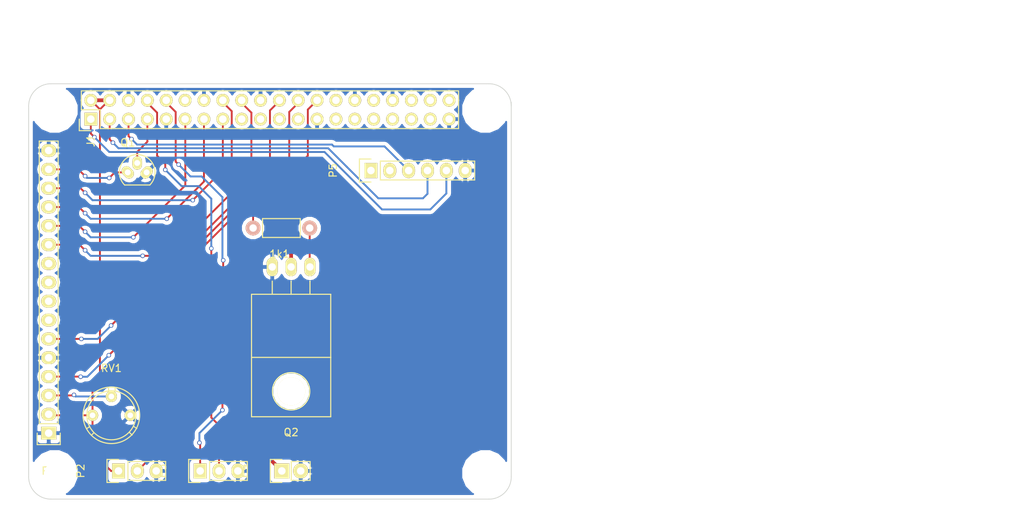
<source format=kicad_pcb>
(kicad_pcb (version 4) (host pcbnew 4.0.2+dfsg1-stable)

  (general
    (links 39)
    (no_connects 0)
    (area 48.349999 50.749999 113.450001 106.850001)
    (thickness 1.6)
    (drawings 24)
    (tracks 185)
    (zones 0)
    (modules 14)
    (nets 43)
  )

  (page A4)
  (layers
    (0 F.Cu signal)
    (31 B.Cu signal)
    (32 B.Adhes user)
    (33 F.Adhes user)
    (34 B.Paste user)
    (35 F.Paste user)
    (36 B.SilkS user)
    (37 F.SilkS user)
    (38 B.Mask user)
    (39 F.Mask user)
    (40 Dwgs.User user)
    (41 Cmts.User user)
    (42 Eco1.User user)
    (43 Eco2.User user)
    (44 Edge.Cuts user)
    (45 Margin user)
    (46 B.CrtYd user)
    (47 F.CrtYd user)
    (48 B.Fab user)
    (49 F.Fab user)
  )

  (setup
    (last_trace_width 0.25)
    (user_trace_width 0.01)
    (user_trace_width 0.02)
    (user_trace_width 0.05)
    (user_trace_width 0.1)
    (user_trace_width 0.2)
    (user_trace_width 0.5)
    (trace_clearance 0.2)
    (zone_clearance 0.508)
    (zone_45_only no)
    (trace_min 0.01)
    (segment_width 0.2)
    (edge_width 0.1)
    (via_size 0.6)
    (via_drill 0.4)
    (via_min_size 0.4)
    (via_min_drill 0.3)
    (uvia_size 0.3)
    (uvia_drill 0.1)
    (uvias_allowed no)
    (uvia_min_size 0.2)
    (uvia_min_drill 0.1)
    (pcb_text_width 0.3)
    (pcb_text_size 1.5 1.5)
    (mod_edge_width 0.15)
    (mod_text_size 1 1)
    (mod_text_width 0.15)
    (pad_size 2.75 2.75)
    (pad_drill 2.75)
    (pad_to_mask_clearance 0)
    (aux_axis_origin 0 0)
    (grid_origin 90 116)
    (visible_elements 7FFEFFFF)
    (pcbplotparams
      (layerselection 0x00030_80000001)
      (usegerberextensions false)
      (excludeedgelayer true)
      (linewidth 0.100000)
      (plotframeref false)
      (viasonmask false)
      (mode 1)
      (useauxorigin false)
      (hpglpennumber 1)
      (hpglpenspeed 20)
      (hpglpendiameter 15)
      (hpglpenoverlay 2)
      (psnegative false)
      (psa4output false)
      (plotreference true)
      (plotvalue true)
      (plotinvisibletext false)
      (padsonsilk false)
      (subtractmaskfromsilk false)
      (outputformat 1)
      (mirror false)
      (drillshape 0)
      (scaleselection 1)
      (outputdirectory meta/))
  )

  (net 0 "")
  (net 1 "Net-(J1-Pad1)")
  (net 2 "Net-(J1-Pad3)")
  (net 3 "Net-(J1-Pad5)")
  (net 4 "Net-(J1-Pad7)")
  (net 5 "Net-(J1-Pad8)")
  (net 6 "Net-(J1-Pad10)")
  (net 7 "Net-(J1-Pad11)")
  (net 8 "Net-(J1-Pad12)")
  (net 9 "Net-(J1-Pad13)")
  (net 10 "Net-(J1-Pad15)")
  (net 11 "Net-(J1-Pad16)")
  (net 12 "Net-(J1-Pad17)")
  (net 13 "Net-(J1-Pad18)")
  (net 14 "Net-(J1-Pad19)")
  (net 15 "Net-(J1-Pad21)")
  (net 16 "Net-(J1-Pad22)")
  (net 17 "Net-(J1-Pad23)")
  (net 18 "Net-(J1-Pad24)")
  (net 19 "Net-(J1-Pad27)")
  (net 20 "Net-(J1-Pad28)")
  (net 21 "Net-(J1-Pad29)")
  (net 22 "Net-(J1-Pad31)")
  (net 23 "Net-(J1-Pad32)")
  (net 24 "Net-(J1-Pad33)")
  (net 25 "Net-(J1-Pad35)")
  (net 26 "Net-(J1-Pad36)")
  (net 27 "Net-(J1-Pad37)")
  (net 28 "Net-(J1-Pad38)")
  (net 29 "Net-(J1-Pad40)")
  (net 30 +5V)
  (net 31 GND)
  (net 32 "Net-(P1-Pad7)")
  (net 33 "Net-(P1-Pad8)")
  (net 34 "Net-(P1-Pad9)")
  (net 35 "Net-(P1-Pad10)")
  (net 36 "Net-(P1-Pad15)")
  (net 37 "Net-(1k1-Pad1)")
  (net 38 "Net-(1k1-Pad2)")
  (net 39 "Net-(P4-Pad1)")
  (net 40 "Net-(P5-Pad1)")
  (net 41 "Net-(P5-Pad2)")
  (net 42 "Net-(P1-Pad3)")

  (net_class Default "This is the default net class."
    (clearance 0.2)
    (trace_width 0.25)
    (via_dia 0.6)
    (via_drill 0.4)
    (uvia_dia 0.3)
    (uvia_drill 0.1)
    (add_net +5V)
    (add_net GND)
    (add_net "Net-(1k1-Pad1)")
    (add_net "Net-(1k1-Pad2)")
    (add_net "Net-(J1-Pad1)")
    (add_net "Net-(J1-Pad10)")
    (add_net "Net-(J1-Pad11)")
    (add_net "Net-(J1-Pad12)")
    (add_net "Net-(J1-Pad13)")
    (add_net "Net-(J1-Pad15)")
    (add_net "Net-(J1-Pad16)")
    (add_net "Net-(J1-Pad17)")
    (add_net "Net-(J1-Pad18)")
    (add_net "Net-(J1-Pad19)")
    (add_net "Net-(J1-Pad21)")
    (add_net "Net-(J1-Pad22)")
    (add_net "Net-(J1-Pad23)")
    (add_net "Net-(J1-Pad24)")
    (add_net "Net-(J1-Pad27)")
    (add_net "Net-(J1-Pad28)")
    (add_net "Net-(J1-Pad29)")
    (add_net "Net-(J1-Pad3)")
    (add_net "Net-(J1-Pad31)")
    (add_net "Net-(J1-Pad32)")
    (add_net "Net-(J1-Pad33)")
    (add_net "Net-(J1-Pad35)")
    (add_net "Net-(J1-Pad36)")
    (add_net "Net-(J1-Pad37)")
    (add_net "Net-(J1-Pad38)")
    (add_net "Net-(J1-Pad40)")
    (add_net "Net-(J1-Pad5)")
    (add_net "Net-(J1-Pad7)")
    (add_net "Net-(J1-Pad8)")
    (add_net "Net-(P1-Pad10)")
    (add_net "Net-(P1-Pad15)")
    (add_net "Net-(P1-Pad3)")
    (add_net "Net-(P1-Pad7)")
    (add_net "Net-(P1-Pad8)")
    (add_net "Net-(P1-Pad9)")
    (add_net "Net-(P4-Pad1)")
    (add_net "Net-(P5-Pad1)")
    (add_net "Net-(P5-Pad2)")
  )

  (module RPi_Hat:Pin_Header_Straight_2x20 locked (layer F.Cu) (tedit 551989BF) (tstamp 5516AEA0)
    (at 80.9 54.3 90)
    (descr "Through hole pin header")
    (tags "pin header")
    (path /599152D6)
    (fp_text reference J1 (at -4.191 -24.13 270) (layer F.SilkS)
      (effects (font (size 1 1) (thickness 0.15)))
    )
    (fp_text value RPi_GPIO (at -1.27 -27.23 90) (layer F.Fab)
      (effects (font (size 1 1) (thickness 0.15)))
    )
    (fp_line (start -3.02 -25.88) (end -3.02 25.92) (layer F.CrtYd) (width 0.05))
    (fp_line (start 3.03 -25.88) (end 3.03 25.92) (layer F.CrtYd) (width 0.05))
    (fp_line (start -3.02 -25.88) (end 3.03 -25.88) (layer F.CrtYd) (width 0.05))
    (fp_line (start -3.02 25.92) (end 3.03 25.92) (layer F.CrtYd) (width 0.05))
    (fp_line (start 2.54 25.4) (end 2.54 -25.4) (layer F.SilkS) (width 0.15))
    (fp_line (start -2.54 -22.86) (end -2.54 25.4) (layer F.SilkS) (width 0.15))
    (fp_line (start 2.54 25.4) (end -2.54 25.4) (layer F.SilkS) (width 0.15))
    (fp_line (start 2.54 -25.4) (end 0 -25.4) (layer F.SilkS) (width 0.15))
    (fp_line (start -1.27 -25.68) (end -2.82 -25.68) (layer F.SilkS) (width 0.15))
    (fp_line (start 0 -25.4) (end 0 -22.86) (layer F.SilkS) (width 0.15))
    (fp_line (start 0 -22.86) (end -2.54 -22.86) (layer F.SilkS) (width 0.15))
    (fp_line (start -2.82 -25.68) (end -2.82 -24.13) (layer F.SilkS) (width 0.15))
    (pad 1 thru_hole rect (at -1.27 -24.13 90) (size 1.7272 1.7272) (drill 1.016) (layers *.Cu *.Mask F.SilkS)
      (net 1 "Net-(J1-Pad1)"))
    (pad 2 thru_hole oval (at 1.27 -24.13 90) (size 1.7272 1.7272) (drill 1.016) (layers *.Cu *.Mask F.SilkS)
      (net 30 +5V))
    (pad 3 thru_hole oval (at -1.27 -21.59 90) (size 1.7272 1.7272) (drill 1.016) (layers *.Cu *.Mask F.SilkS)
      (net 2 "Net-(J1-Pad3)"))
    (pad 4 thru_hole oval (at 1.27 -21.59 90) (size 1.7272 1.7272) (drill 1.016) (layers *.Cu *.Mask F.SilkS)
      (net 30 +5V))
    (pad 5 thru_hole oval (at -1.27 -19.05 90) (size 1.7272 1.7272) (drill 1.016) (layers *.Cu *.Mask F.SilkS)
      (net 3 "Net-(J1-Pad5)"))
    (pad 6 thru_hole oval (at 1.27 -19.05 90) (size 1.7272 1.7272) (drill 1.016) (layers *.Cu *.Mask F.SilkS)
      (net 31 GND))
    (pad 7 thru_hole oval (at -1.27 -16.51 90) (size 1.7272 1.7272) (drill 1.016) (layers *.Cu *.Mask F.SilkS)
      (net 4 "Net-(J1-Pad7)"))
    (pad 8 thru_hole oval (at 1.27 -16.51 90) (size 1.7272 1.7272) (drill 1.016) (layers *.Cu *.Mask F.SilkS)
      (net 5 "Net-(J1-Pad8)"))
    (pad 9 thru_hole oval (at -1.27 -13.97 90) (size 1.7272 1.7272) (drill 1.016) (layers *.Cu *.Mask F.SilkS)
      (net 31 GND))
    (pad 10 thru_hole oval (at 1.27 -13.97 90) (size 1.7272 1.7272) (drill 1.016) (layers *.Cu *.Mask F.SilkS)
      (net 6 "Net-(J1-Pad10)"))
    (pad 11 thru_hole oval (at -1.27 -11.43 90) (size 1.7272 1.7272) (drill 1.016) (layers *.Cu *.Mask F.SilkS)
      (net 7 "Net-(J1-Pad11)"))
    (pad 12 thru_hole oval (at 1.27 -11.43 90) (size 1.7272 1.7272) (drill 1.016) (layers *.Cu *.Mask F.SilkS)
      (net 8 "Net-(J1-Pad12)"))
    (pad 13 thru_hole oval (at -1.27 -8.89 90) (size 1.7272 1.7272) (drill 1.016) (layers *.Cu *.Mask F.SilkS)
      (net 9 "Net-(J1-Pad13)"))
    (pad 14 thru_hole oval (at 1.27 -8.89 90) (size 1.7272 1.7272) (drill 1.016) (layers *.Cu *.Mask F.SilkS)
      (net 31 GND))
    (pad 15 thru_hole oval (at -1.27 -6.35 90) (size 1.7272 1.7272) (drill 1.016) (layers *.Cu *.Mask F.SilkS)
      (net 10 "Net-(J1-Pad15)"))
    (pad 16 thru_hole oval (at 1.27 -6.35 90) (size 1.7272 1.7272) (drill 1.016) (layers *.Cu *.Mask F.SilkS)
      (net 11 "Net-(J1-Pad16)"))
    (pad 17 thru_hole oval (at -1.27 -3.81 90) (size 1.7272 1.7272) (drill 1.016) (layers *.Cu *.Mask F.SilkS)
      (net 12 "Net-(J1-Pad17)"))
    (pad 18 thru_hole oval (at 1.27 -3.81 90) (size 1.7272 1.7272) (drill 1.016) (layers *.Cu *.Mask F.SilkS)
      (net 13 "Net-(J1-Pad18)"))
    (pad 19 thru_hole oval (at -1.27 -1.27 90) (size 1.7272 1.7272) (drill 1.016) (layers *.Cu *.Mask F.SilkS)
      (net 14 "Net-(J1-Pad19)"))
    (pad 20 thru_hole oval (at 1.27 -1.27 90) (size 1.7272 1.7272) (drill 1.016) (layers *.Cu *.Mask F.SilkS)
      (net 31 GND))
    (pad 21 thru_hole oval (at -1.27 1.27 90) (size 1.7272 1.7272) (drill 1.016) (layers *.Cu *.Mask F.SilkS)
      (net 15 "Net-(J1-Pad21)"))
    (pad 22 thru_hole oval (at 1.27 1.27 90) (size 1.7272 1.7272) (drill 1.016) (layers *.Cu *.Mask F.SilkS)
      (net 16 "Net-(J1-Pad22)"))
    (pad 23 thru_hole oval (at -1.27 3.81 90) (size 1.7272 1.7272) (drill 1.016) (layers *.Cu *.Mask F.SilkS)
      (net 17 "Net-(J1-Pad23)"))
    (pad 24 thru_hole oval (at 1.27 3.81 90) (size 1.7272 1.7272) (drill 1.016) (layers *.Cu *.Mask F.SilkS)
      (net 18 "Net-(J1-Pad24)"))
    (pad 25 thru_hole oval (at -1.27 6.35 90) (size 1.7272 1.7272) (drill 1.016) (layers *.Cu *.Mask F.SilkS)
      (net 31 GND))
    (pad 26 thru_hole oval (at 1.27 6.35 90) (size 1.7272 1.7272) (drill 1.016) (layers *.Cu *.Mask F.SilkS)
      (net 38 "Net-(1k1-Pad2)"))
    (pad 27 thru_hole oval (at -1.27 8.89 90) (size 1.7272 1.7272) (drill 1.016) (layers *.Cu *.Mask F.SilkS)
      (net 19 "Net-(J1-Pad27)"))
    (pad 28 thru_hole oval (at 1.27 8.89 90) (size 1.7272 1.7272) (drill 1.016) (layers *.Cu *.Mask F.SilkS)
      (net 20 "Net-(J1-Pad28)"))
    (pad 29 thru_hole oval (at -1.27 11.43 90) (size 1.7272 1.7272) (drill 1.016) (layers *.Cu *.Mask F.SilkS)
      (net 21 "Net-(J1-Pad29)"))
    (pad 30 thru_hole oval (at 1.27 11.43 90) (size 1.7272 1.7272) (drill 1.016) (layers *.Cu *.Mask F.SilkS)
      (net 31 GND))
    (pad 31 thru_hole oval (at -1.27 13.97 90) (size 1.7272 1.7272) (drill 1.016) (layers *.Cu *.Mask F.SilkS)
      (net 22 "Net-(J1-Pad31)"))
    (pad 32 thru_hole oval (at 1.27 13.97 90) (size 1.7272 1.7272) (drill 1.016) (layers *.Cu *.Mask F.SilkS)
      (net 23 "Net-(J1-Pad32)"))
    (pad 33 thru_hole oval (at -1.27 16.51 90) (size 1.7272 1.7272) (drill 1.016) (layers *.Cu *.Mask F.SilkS)
      (net 24 "Net-(J1-Pad33)"))
    (pad 34 thru_hole oval (at 1.27 16.51 90) (size 1.7272 1.7272) (drill 1.016) (layers *.Cu *.Mask F.SilkS)
      (net 31 GND))
    (pad 35 thru_hole oval (at -1.27 19.05 90) (size 1.7272 1.7272) (drill 1.016) (layers *.Cu *.Mask F.SilkS)
      (net 25 "Net-(J1-Pad35)"))
    (pad 36 thru_hole oval (at 1.27 19.05 90) (size 1.7272 1.7272) (drill 1.016) (layers *.Cu *.Mask F.SilkS)
      (net 26 "Net-(J1-Pad36)"))
    (pad 37 thru_hole oval (at -1.27 21.59 90) (size 1.7272 1.7272) (drill 1.016) (layers *.Cu *.Mask F.SilkS)
      (net 27 "Net-(J1-Pad37)"))
    (pad 38 thru_hole oval (at 1.27 21.59 90) (size 1.7272 1.7272) (drill 1.016) (layers *.Cu *.Mask F.SilkS)
      (net 28 "Net-(J1-Pad38)"))
    (pad 39 thru_hole oval (at -1.27 24.13 90) (size 1.7272 1.7272) (drill 1.016) (layers *.Cu *.Mask F.SilkS)
      (net 31 GND))
    (pad 40 thru_hole oval (at 1.27 24.13 90) (size 1.7272 1.7272) (drill 1.016) (layers *.Cu *.Mask F.SilkS)
      (net 29 "Net-(J1-Pad40)"))
    (model Pin_Headers.3dshapes/Pin_Header_Straight_2x20.wrl
      (at (xyz 0 0 0))
      (scale (xyz 1 1 1))
      (rotate (xyz 0 0 90))
    )
  )

  (module RPi_Hat:RPi_Hat_Mounting_Hole locked (layer F.Cu) (tedit 55217C7B) (tstamp 5515DEA9)
    (at 109.9 54.3)
    (descr "Mounting hole, Befestigungsbohrung, 2,7mm, No Annular, Kein Restring,")
    (tags "Mounting hole, Befestigungsbohrung, 2,7mm, No Annular, Kein Restring,")
    (fp_text reference "" (at 0 -4.0005) (layer F.SilkS) hide
      (effects (font (size 1 1) (thickness 0.15)))
    )
    (fp_text value "" (at 0.09906 3.59918) (layer F.Fab) hide
      (effects (font (size 1 1) (thickness 0.15)))
    )
    (fp_circle (center 0 0) (end 1.375 0) (layer F.Fab) (width 0.15))
    (fp_circle (center 0 0) (end 3.1 0) (layer F.Fab) (width 0.15))
    (fp_circle (center 0 0) (end 3.1 0) (layer B.Fab) (width 0.15))
    (fp_circle (center 0 0) (end 1.375 0) (layer B.Fab) (width 0.15))
    (fp_circle (center 0 0) (end 3.1 0) (layer F.CrtYd) (width 0.15))
    (fp_circle (center 0 0) (end 3.1 0) (layer B.CrtYd) (width 0.15))
    (pad "" np_thru_hole circle (at 0 0) (size 2.75 2.75) (drill 2.75) (layers *.Cu *.Mask)
      (solder_mask_margin 1.725) (clearance 1.725))
  )

  (module RPi_Hat:RPi_Hat_Mounting_Hole locked (layer F.Cu) (tedit 55217CCB) (tstamp 55169DC9)
    (at 109.9 103.3)
    (descr "Mounting hole, Befestigungsbohrung, 2,7mm, No Annular, Kein Restring,")
    (tags "Mounting hole, Befestigungsbohrung, 2,7mm, No Annular, Kein Restring,")
    (fp_text reference "" (at 0 -4.0005) (layer F.SilkS) hide
      (effects (font (size 1 1) (thickness 0.15)))
    )
    (fp_text value "" (at 0.09906 3.59918) (layer F.Fab) hide
      (effects (font (size 1 1) (thickness 0.15)))
    )
    (fp_circle (center 0 0) (end 1.375 0) (layer F.Fab) (width 0.15))
    (fp_circle (center 0 0) (end 3.1 0) (layer F.Fab) (width 0.15))
    (fp_circle (center 0 0) (end 3.1 0) (layer B.Fab) (width 0.15))
    (fp_circle (center 0 0) (end 1.375 0) (layer B.Fab) (width 0.15))
    (fp_circle (center 0 0) (end 3.1 0) (layer F.CrtYd) (width 0.15))
    (fp_circle (center 0 0) (end 3.1 0) (layer B.CrtYd) (width 0.15))
    (pad "" np_thru_hole circle (at 0 0) (size 2.75 2.75) (drill 2.75) (layers *.Cu *.Mask)
      (solder_mask_margin 1.725) (clearance 1.725))
  )

  (module RPi_Hat:RPi_Hat_Mounting_Hole locked (layer F.Cu) (tedit 55217CB9) (tstamp 5515DECC)
    (at 51.9 103.3)
    (descr "Mounting hole, Befestigungsbohrung, 2,7mm, No Annular, Kein Restring,")
    (tags "Mounting hole, Befestigungsbohrung, 2,7mm, No Annular, Kein Restring,")
    (fp_text reference "" (at 0 -4.0005) (layer F.SilkS) hide
      (effects (font (size 1 1) (thickness 0.15)))
    )
    (fp_text value "" (at 0.09906 3.59918) (layer F.Fab) hide
      (effects (font (size 1 1) (thickness 0.15)))
    )
    (fp_circle (center 0 0) (end 1.375 0) (layer F.Fab) (width 0.15))
    (fp_circle (center 0 0) (end 3.1 0) (layer F.Fab) (width 0.15))
    (fp_circle (center 0 0) (end 3.1 0) (layer B.Fab) (width 0.15))
    (fp_circle (center 0 0) (end 1.375 0) (layer B.Fab) (width 0.15))
    (fp_circle (center 0 0) (end 3.1 0) (layer F.CrtYd) (width 0.15))
    (fp_circle (center 0 0) (end 3.1 0) (layer B.CrtYd) (width 0.15))
    (pad "" np_thru_hole circle (at 0 0) (size 2.75 2.75) (drill 2.75) (layers *.Cu *.Mask)
      (solder_mask_margin 1.725) (clearance 1.725))
  )

  (module RPi_Hat:RPi_Hat_Mounting_Hole locked (layer F.Cu) (tedit 55217CA2) (tstamp 5515DEBF)
    (at 51.9 54.3)
    (descr "Mounting hole, Befestigungsbohrung, 2,7mm, No Annular, Kein Restring,")
    (tags "Mounting hole, Befestigungsbohrung, 2,7mm, No Annular, Kein Restring,")
    (fp_text reference "" (at 0 -4.0005) (layer F.SilkS) hide
      (effects (font (size 1 1) (thickness 0.15)))
    )
    (fp_text value "" (at 0.09906 3.59918) (layer F.Fab) hide
      (effects (font (size 1 1) (thickness 0.15)))
    )
    (fp_circle (center 0 0) (end 1.375 0) (layer F.Fab) (width 0.15))
    (fp_circle (center 0 0) (end 3.1 0) (layer F.Fab) (width 0.15))
    (fp_circle (center 0 0) (end 3.1 0) (layer B.Fab) (width 0.15))
    (fp_circle (center 0 0) (end 1.375 0) (layer B.Fab) (width 0.15))
    (fp_circle (center 0 0) (end 3.1 0) (layer F.CrtYd) (width 0.15))
    (fp_circle (center 0 0) (end 3.1 0) (layer B.CrtYd) (width 0.15))
    (pad "" np_thru_hole circle (at 0 0) (size 2.75 2.75) (drill 2.75) (layers *.Cu *.Mask)
      (solder_mask_margin 1.725) (clearance 1.725))
  )

  (module Pin_Headers:Pin_Header_Straight_1x16 (layer F.Cu) (tedit 0) (tstamp 59915ADD)
    (at 51.1 97.9 180)
    (descr "Through hole pin header")
    (tags "pin header")
    (path /599157D6)
    (fp_text reference P1 (at 0 -5.1 180) (layer F.SilkS)
      (effects (font (size 1 1) (thickness 0.15)))
    )
    (fp_text value "Display 20x4" (at 0 -3.1 180) (layer F.Fab)
      (effects (font (size 1 1) (thickness 0.15)))
    )
    (fp_line (start -1.75 -1.75) (end -1.75 39.85) (layer F.CrtYd) (width 0.05))
    (fp_line (start 1.75 -1.75) (end 1.75 39.85) (layer F.CrtYd) (width 0.05))
    (fp_line (start -1.75 -1.75) (end 1.75 -1.75) (layer F.CrtYd) (width 0.05))
    (fp_line (start -1.75 39.85) (end 1.75 39.85) (layer F.CrtYd) (width 0.05))
    (fp_line (start -1.27 1.27) (end -1.27 39.37) (layer F.SilkS) (width 0.15))
    (fp_line (start -1.27 39.37) (end 1.27 39.37) (layer F.SilkS) (width 0.15))
    (fp_line (start 1.27 39.37) (end 1.27 1.27) (layer F.SilkS) (width 0.15))
    (fp_line (start 1.55 -1.55) (end 1.55 0) (layer F.SilkS) (width 0.15))
    (fp_line (start 1.27 1.27) (end -1.27 1.27) (layer F.SilkS) (width 0.15))
    (fp_line (start -1.55 0) (end -1.55 -1.55) (layer F.SilkS) (width 0.15))
    (fp_line (start -1.55 -1.55) (end 1.55 -1.55) (layer F.SilkS) (width 0.15))
    (pad 1 thru_hole rect (at 0 0 180) (size 2.032 1.7272) (drill 1.016) (layers *.Cu *.Mask F.SilkS)
      (net 31 GND))
    (pad 2 thru_hole oval (at 0 2.54 180) (size 2.032 1.7272) (drill 1.016) (layers *.Cu *.Mask F.SilkS)
      (net 30 +5V))
    (pad 3 thru_hole oval (at 0 5.08 180) (size 2.032 1.7272) (drill 1.016) (layers *.Cu *.Mask F.SilkS)
      (net 42 "Net-(P1-Pad3)"))
    (pad 4 thru_hole oval (at 0 7.62 180) (size 2.032 1.7272) (drill 1.016) (layers *.Cu *.Mask F.SilkS)
      (net 16 "Net-(J1-Pad22)"))
    (pad 5 thru_hole oval (at 0 10.16 180) (size 2.032 1.7272) (drill 1.016) (layers *.Cu *.Mask F.SilkS)
      (net 31 GND))
    (pad 6 thru_hole oval (at 0 12.7 180) (size 2.032 1.7272) (drill 1.016) (layers *.Cu *.Mask F.SilkS)
      (net 13 "Net-(J1-Pad18)"))
    (pad 7 thru_hole oval (at 0 15.24 180) (size 2.032 1.7272) (drill 1.016) (layers *.Cu *.Mask F.SilkS)
      (net 32 "Net-(P1-Pad7)"))
    (pad 8 thru_hole oval (at 0 17.78 180) (size 2.032 1.7272) (drill 1.016) (layers *.Cu *.Mask F.SilkS)
      (net 33 "Net-(P1-Pad8)"))
    (pad 9 thru_hole oval (at 0 20.32 180) (size 2.032 1.7272) (drill 1.016) (layers *.Cu *.Mask F.SilkS)
      (net 34 "Net-(P1-Pad9)"))
    (pad 10 thru_hole oval (at 0 22.86 180) (size 2.032 1.7272) (drill 1.016) (layers *.Cu *.Mask F.SilkS)
      (net 35 "Net-(P1-Pad10)"))
    (pad 11 thru_hole oval (at 0 25.4 180) (size 2.032 1.7272) (drill 1.016) (layers *.Cu *.Mask F.SilkS)
      (net 11 "Net-(J1-Pad16)"))
    (pad 12 thru_hole oval (at 0 27.94 180) (size 2.032 1.7272) (drill 1.016) (layers *.Cu *.Mask F.SilkS)
      (net 7 "Net-(J1-Pad11)"))
    (pad 13 thru_hole oval (at 0 30.48 180) (size 2.032 1.7272) (drill 1.016) (layers *.Cu *.Mask F.SilkS)
      (net 9 "Net-(J1-Pad13)"))
    (pad 14 thru_hole oval (at 0 33.02 180) (size 2.032 1.7272) (drill 1.016) (layers *.Cu *.Mask F.SilkS)
      (net 10 "Net-(J1-Pad15)"))
    (pad 15 thru_hole oval (at 0 35.56 180) (size 2.032 1.7272) (drill 1.016) (layers *.Cu *.Mask F.SilkS)
      (net 36 "Net-(P1-Pad15)"))
    (pad 16 thru_hole oval (at 0 38.1 180) (size 2.032 1.7272) (drill 1.016) (layers *.Cu *.Mask F.SilkS)
      (net 31 GND))
    (model Pin_Headers.3dshapes/Pin_Header_Straight_1x16.wrl
      (at (xyz 0 -0.75 0))
      (scale (xyz 1 1 1))
      (rotate (xyz 0 0 90))
    )
  )

  (module Pin_Headers:Pin_Header_Straight_1x03 (layer F.Cu) (tedit 0) (tstamp 599168A6)
    (at 60.5 103 90)
    (descr "Through hole pin header")
    (tags "pin header")
    (path /59916C8F)
    (fp_text reference P2 (at 0 -5.1 90) (layer F.SilkS)
      (effects (font (size 1 1) (thickness 0.15)))
    )
    (fp_text value Counter (at 0 -3.1 90) (layer F.Fab)
      (effects (font (size 1 1) (thickness 0.15)))
    )
    (fp_line (start -1.75 -1.75) (end -1.75 6.85) (layer F.CrtYd) (width 0.05))
    (fp_line (start 1.75 -1.75) (end 1.75 6.85) (layer F.CrtYd) (width 0.05))
    (fp_line (start -1.75 -1.75) (end 1.75 -1.75) (layer F.CrtYd) (width 0.05))
    (fp_line (start -1.75 6.85) (end 1.75 6.85) (layer F.CrtYd) (width 0.05))
    (fp_line (start -1.27 1.27) (end -1.27 6.35) (layer F.SilkS) (width 0.15))
    (fp_line (start -1.27 6.35) (end 1.27 6.35) (layer F.SilkS) (width 0.15))
    (fp_line (start 1.27 6.35) (end 1.27 1.27) (layer F.SilkS) (width 0.15))
    (fp_line (start 1.55 -1.55) (end 1.55 0) (layer F.SilkS) (width 0.15))
    (fp_line (start 1.27 1.27) (end -1.27 1.27) (layer F.SilkS) (width 0.15))
    (fp_line (start -1.55 0) (end -1.55 -1.55) (layer F.SilkS) (width 0.15))
    (fp_line (start -1.55 -1.55) (end 1.55 -1.55) (layer F.SilkS) (width 0.15))
    (pad 1 thru_hole rect (at 0 0 90) (size 2.032 1.7272) (drill 1.016) (layers *.Cu *.Mask F.SilkS)
      (net 30 +5V))
    (pad 2 thru_hole oval (at 0 2.54 90) (size 2.032 1.7272) (drill 1.016) (layers *.Cu *.Mask F.SilkS)
      (net 18 "Net-(J1-Pad24)"))
    (pad 3 thru_hole oval (at 0 5.08 90) (size 2.032 1.7272) (drill 1.016) (layers *.Cu *.Mask F.SilkS)
      (net 31 GND))
    (model Pin_Headers.3dshapes/Pin_Header_Straight_1x03.wrl
      (at (xyz 0 -0.1 0))
      (scale (xyz 1 1 1))
      (rotate (xyz 0 0 90))
    )
  )

  (module Pin_Headers:Pin_Header_Straight_1x03 (layer F.Cu) (tedit 0) (tstamp 599168AD)
    (at 71.5 103 90)
    (descr "Through hole pin header")
    (tags "pin header")
    (path /59916DD1)
    (fp_text reference P3 (at 0 -5.1 90) (layer F.SilkS)
      (effects (font (size 1 1) (thickness 0.15)))
    )
    (fp_text value Console (at 0 -3.1 90) (layer F.Fab)
      (effects (font (size 1 1) (thickness 0.15)))
    )
    (fp_line (start -1.75 -1.75) (end -1.75 6.85) (layer F.CrtYd) (width 0.05))
    (fp_line (start 1.75 -1.75) (end 1.75 6.85) (layer F.CrtYd) (width 0.05))
    (fp_line (start -1.75 -1.75) (end 1.75 -1.75) (layer F.CrtYd) (width 0.05))
    (fp_line (start -1.75 6.85) (end 1.75 6.85) (layer F.CrtYd) (width 0.05))
    (fp_line (start -1.27 1.27) (end -1.27 6.35) (layer F.SilkS) (width 0.15))
    (fp_line (start -1.27 6.35) (end 1.27 6.35) (layer F.SilkS) (width 0.15))
    (fp_line (start 1.27 6.35) (end 1.27 1.27) (layer F.SilkS) (width 0.15))
    (fp_line (start 1.55 -1.55) (end 1.55 0) (layer F.SilkS) (width 0.15))
    (fp_line (start 1.27 1.27) (end -1.27 1.27) (layer F.SilkS) (width 0.15))
    (fp_line (start -1.55 0) (end -1.55 -1.55) (layer F.SilkS) (width 0.15))
    (fp_line (start -1.55 -1.55) (end 1.55 -1.55) (layer F.SilkS) (width 0.15))
    (pad 1 thru_hole rect (at 0 0 90) (size 2.032 1.7272) (drill 1.016) (layers *.Cu *.Mask F.SilkS)
      (net 6 "Net-(J1-Pad10)"))
    (pad 2 thru_hole oval (at 0 2.54 90) (size 2.032 1.7272) (drill 1.016) (layers *.Cu *.Mask F.SilkS)
      (net 5 "Net-(J1-Pad8)"))
    (pad 3 thru_hole oval (at 0 5.08 90) (size 2.032 1.7272) (drill 1.016) (layers *.Cu *.Mask F.SilkS)
      (net 31 GND))
    (model Pin_Headers.3dshapes/Pin_Header_Straight_1x03.wrl
      (at (xyz 0 -0.1 0))
      (scale (xyz 1 1 1))
      (rotate (xyz 0 0 90))
    )
  )

  (module Resistors_ThroughHole:Resistor_Horizontal_RM7mm (layer F.Cu) (tedit 569FCF07) (tstamp 59916C6B)
    (at 86.25 70.25 180)
    (descr "Resistor, Axial,  RM 7.62mm, 1/3W,")
    (tags "Resistor Axial RM 7.62mm 1/3W R3")
    (path /59917BFD)
    (fp_text reference 1k1 (at 4.05892 -3.50012 180) (layer F.SilkS)
      (effects (font (size 1 1) (thickness 0.15)))
    )
    (fp_text value R (at 3.81 3.81 180) (layer F.Fab)
      (effects (font (size 1 1) (thickness 0.15)))
    )
    (fp_line (start -1.25 -1.5) (end 8.85 -1.5) (layer F.CrtYd) (width 0.05))
    (fp_line (start -1.25 1.5) (end -1.25 -1.5) (layer F.CrtYd) (width 0.05))
    (fp_line (start 8.85 -1.5) (end 8.85 1.5) (layer F.CrtYd) (width 0.05))
    (fp_line (start -1.25 1.5) (end 8.85 1.5) (layer F.CrtYd) (width 0.05))
    (fp_line (start 1.27 -1.27) (end 6.35 -1.27) (layer F.SilkS) (width 0.15))
    (fp_line (start 6.35 -1.27) (end 6.35 1.27) (layer F.SilkS) (width 0.15))
    (fp_line (start 6.35 1.27) (end 1.27 1.27) (layer F.SilkS) (width 0.15))
    (fp_line (start 1.27 1.27) (end 1.27 -1.27) (layer F.SilkS) (width 0.15))
    (pad 1 thru_hole circle (at 0 0 180) (size 1.99898 1.99898) (drill 1.00076) (layers *.Cu *.SilkS *.Mask)
      (net 37 "Net-(1k1-Pad1)"))
    (pad 2 thru_hole circle (at 7.62 0 180) (size 1.99898 1.99898) (drill 1.00076) (layers *.Cu *.SilkS *.Mask)
      (net 38 "Net-(1k1-Pad2)"))
  )

  (module Pin_Headers:Pin_Header_Straight_1x02 (layer F.Cu) (tedit 54EA090C) (tstamp 59916C71)
    (at 82.5 103 90)
    (descr "Through hole pin header")
    (tags "pin header")
    (path /59917F21)
    (fp_text reference P4 (at 0 -5.1 90) (layer F.SilkS)
      (effects (font (size 1 1) (thickness 0.15)))
    )
    (fp_text value 12V (at 0 -3.1 90) (layer F.Fab)
      (effects (font (size 1 1) (thickness 0.15)))
    )
    (fp_line (start 1.27 1.27) (end 1.27 3.81) (layer F.SilkS) (width 0.15))
    (fp_line (start 1.55 -1.55) (end 1.55 0) (layer F.SilkS) (width 0.15))
    (fp_line (start -1.75 -1.75) (end -1.75 4.3) (layer F.CrtYd) (width 0.05))
    (fp_line (start 1.75 -1.75) (end 1.75 4.3) (layer F.CrtYd) (width 0.05))
    (fp_line (start -1.75 -1.75) (end 1.75 -1.75) (layer F.CrtYd) (width 0.05))
    (fp_line (start -1.75 4.3) (end 1.75 4.3) (layer F.CrtYd) (width 0.05))
    (fp_line (start 1.27 1.27) (end -1.27 1.27) (layer F.SilkS) (width 0.15))
    (fp_line (start -1.55 0) (end -1.55 -1.55) (layer F.SilkS) (width 0.15))
    (fp_line (start -1.55 -1.55) (end 1.55 -1.55) (layer F.SilkS) (width 0.15))
    (fp_line (start -1.27 1.27) (end -1.27 3.81) (layer F.SilkS) (width 0.15))
    (fp_line (start -1.27 3.81) (end 1.27 3.81) (layer F.SilkS) (width 0.15))
    (pad 1 thru_hole rect (at 0 0 90) (size 2.032 2.032) (drill 1.016) (layers *.Cu *.Mask F.SilkS)
      (net 39 "Net-(P4-Pad1)"))
    (pad 2 thru_hole oval (at 0 2.54 90) (size 2.032 2.032) (drill 1.016) (layers *.Cu *.Mask F.SilkS)
      (net 31 GND))
    (model Pin_Headers.3dshapes/Pin_Header_Straight_1x02.wrl
      (at (xyz 0 -0.05 0))
      (scale (xyz 1 1 1))
      (rotate (xyz 0 0 90))
    )
  )

  (module Pin_Headers:Pin_Header_Straight_1x06 (layer F.Cu) (tedit 0) (tstamp 59916DBD)
    (at 94.5 62.5 90)
    (descr "Through hole pin header")
    (tags "pin header")
    (path /599184BA)
    (fp_text reference P5 (at 0 -5.1 90) (layer F.SilkS)
      (effects (font (size 1 1) (thickness 0.15)))
    )
    (fp_text value RTC (at 0 -3.1 90) (layer F.Fab)
      (effects (font (size 1 1) (thickness 0.15)))
    )
    (fp_line (start -1.75 -1.75) (end -1.75 14.45) (layer F.CrtYd) (width 0.05))
    (fp_line (start 1.75 -1.75) (end 1.75 14.45) (layer F.CrtYd) (width 0.05))
    (fp_line (start -1.75 -1.75) (end 1.75 -1.75) (layer F.CrtYd) (width 0.05))
    (fp_line (start -1.75 14.45) (end 1.75 14.45) (layer F.CrtYd) (width 0.05))
    (fp_line (start 1.27 1.27) (end 1.27 13.97) (layer F.SilkS) (width 0.15))
    (fp_line (start 1.27 13.97) (end -1.27 13.97) (layer F.SilkS) (width 0.15))
    (fp_line (start -1.27 13.97) (end -1.27 1.27) (layer F.SilkS) (width 0.15))
    (fp_line (start 1.55 -1.55) (end 1.55 0) (layer F.SilkS) (width 0.15))
    (fp_line (start 1.27 1.27) (end -1.27 1.27) (layer F.SilkS) (width 0.15))
    (fp_line (start -1.55 0) (end -1.55 -1.55) (layer F.SilkS) (width 0.15))
    (fp_line (start -1.55 -1.55) (end 1.55 -1.55) (layer F.SilkS) (width 0.15))
    (pad 1 thru_hole rect (at 0 0 90) (size 2.032 1.7272) (drill 1.016) (layers *.Cu *.Mask F.SilkS)
      (net 40 "Net-(P5-Pad1)"))
    (pad 2 thru_hole oval (at 0 2.54 90) (size 2.032 1.7272) (drill 1.016) (layers *.Cu *.Mask F.SilkS)
      (net 41 "Net-(P5-Pad2)"))
    (pad 3 thru_hole oval (at 0 5.08 90) (size 2.032 1.7272) (drill 1.016) (layers *.Cu *.Mask F.SilkS)
      (net 3 "Net-(J1-Pad5)"))
    (pad 4 thru_hole oval (at 0 7.62 90) (size 2.032 1.7272) (drill 1.016) (layers *.Cu *.Mask F.SilkS)
      (net 2 "Net-(J1-Pad3)"))
    (pad 5 thru_hole oval (at 0 10.16 90) (size 2.032 1.7272) (drill 1.016) (layers *.Cu *.Mask F.SilkS)
      (net 1 "Net-(J1-Pad1)"))
    (pad 6 thru_hole oval (at 0 12.7 90) (size 2.032 1.7272) (drill 1.016) (layers *.Cu *.Mask F.SilkS)
      (net 31 GND))
    (model Pin_Headers.3dshapes/Pin_Header_Straight_1x06.wrl
      (at (xyz 0 -0.25 0))
      (scale (xyz 1 1 1))
      (rotate (xyz 0 0 90))
    )
  )

  (module TO_SOT_Packages_THT:TO-220_Neutral123_Horizontal (layer F.Cu) (tedit 0) (tstamp 5991708E)
    (at 83.75 75.5 180)
    (descr "TO-220, Neutral, Horizontal,")
    (tags "TO-220, Neutral, Horizontal,")
    (path /59917A6D)
    (fp_text reference Q2 (at 0 -22.3012 180) (layer F.SilkS)
      (effects (font (size 1 1) (thickness 0.15)))
    )
    (fp_text value IRL2203N (at -0.29972 3.44932 180) (layer F.Fab)
      (effects (font (size 1 1) (thickness 0.15)))
    )
    (fp_circle (center 0 -16.764) (end 1.778 -14.986) (layer F.SilkS) (width 0.15))
    (fp_line (start -2.54 -3.683) (end -2.54 -1.905) (layer F.SilkS) (width 0.15))
    (fp_line (start 0 -3.683) (end 0 -1.905) (layer F.SilkS) (width 0.15))
    (fp_line (start 2.54 -3.683) (end 2.54 -1.905) (layer F.SilkS) (width 0.15))
    (fp_line (start 5.334 -12.192) (end 5.334 -20.193) (layer F.SilkS) (width 0.15))
    (fp_line (start 5.334 -20.193) (end -5.334 -20.193) (layer F.SilkS) (width 0.15))
    (fp_line (start -5.334 -20.193) (end -5.334 -12.192) (layer F.SilkS) (width 0.15))
    (fp_line (start 5.334 -3.683) (end 5.334 -12.192) (layer F.SilkS) (width 0.15))
    (fp_line (start 5.334 -12.192) (end -5.334 -12.192) (layer F.SilkS) (width 0.15))
    (fp_line (start -5.334 -12.192) (end -5.334 -3.683) (layer F.SilkS) (width 0.15))
    (fp_line (start 0 -3.683) (end -5.334 -3.683) (layer F.SilkS) (width 0.15))
    (fp_line (start 0 -3.683) (end 5.334 -3.683) (layer F.SilkS) (width 0.15))
    (pad 2 thru_hole oval (at 0 0 270) (size 2.49936 1.50114) (drill 1.00076) (layers *.Cu *.Mask F.SilkS)
      (net 39 "Net-(P4-Pad1)"))
    (pad 1 thru_hole oval (at -2.54 0 270) (size 2.49936 1.50114) (drill 1.00076) (layers *.Cu *.Mask F.SilkS)
      (net 37 "Net-(1k1-Pad1)"))
    (pad 3 thru_hole oval (at 2.54 0 270) (size 2.49936 1.50114) (drill 1.00076) (layers *.Cu *.Mask F.SilkS)
      (net 31 GND))
    (pad "" np_thru_hole circle (at 0 -16.764 270) (size 3.79984 3.79984) (drill 3.79984) (layers *.Cu *.Mask F.SilkS))
    (model TO_SOT_Packages_THT.3dshapes/TO-220_Neutral123_Horizontal.wrl
      (at (xyz 0 0 0))
      (scale (xyz 0.3937 0.3937 0.3937))
      (rotate (xyz 0 0 0))
    )
  )

  (module TO_SOT_Packages_THT:TO-92_Molded_Narrow_Oval (layer F.Cu) (tedit 54F24320) (tstamp 59917165)
    (at 61.75 62.75)
    (descr "TO-92 leads molded, narrow, oval pads, drill 0.8mm (see NXP sot054_po.pdf)")
    (tags "to-92 sc-43 sc-43a sot54 PA33 transistor")
    (path /59917560)
    (fp_text reference Q1 (at 0 -4) (layer F.SilkS)
      (effects (font (size 1 1) (thickness 0.15)))
    )
    (fp_text value BC548 (at 0 3 180) (layer F.Fab)
      (effects (font (size 1 1) (thickness 0.15)))
    )
    (fp_line (start -1.4 1.95) (end -1.4 -2.65) (layer F.CrtYd) (width 0.05))
    (fp_line (start -1.4 1.95) (end 3.95 1.95) (layer F.CrtYd) (width 0.05))
    (fp_line (start -0.43 1.7) (end 2.97 1.7) (layer F.SilkS) (width 0.15))
    (fp_arc (start 1.27 0) (end 1.27 -2.4) (angle -135) (layer F.SilkS) (width 0.15))
    (fp_arc (start 1.27 0) (end 1.27 -2.4) (angle 135) (layer F.SilkS) (width 0.15))
    (fp_line (start -1.4 -2.65) (end 3.95 -2.65) (layer F.CrtYd) (width 0.05))
    (fp_line (start 3.95 1.95) (end 3.95 -2.65) (layer F.CrtYd) (width 0.05))
    (pad 2 thru_hole oval (at 1.27 -1.27 90) (size 1.80086 1.30048) (drill 0.8) (layers *.Cu *.Mask F.SilkS)
      (net 4 "Net-(J1-Pad7)"))
    (pad 1 thru_hole oval (at 0 0 45) (size 1.30048 1.80086) (drill 0.8) (layers *.Cu *.Mask F.SilkS)
      (net 36 "Net-(P1-Pad15)"))
    (pad 3 thru_hole oval (at 2.54 0 45) (size 1.80086 1.30048) (drill 0.8) (layers *.Cu *.Mask F.SilkS)
      (net 31 GND))
    (model TO_SOT_Packages_THT.3dshapes/TO-92_Molded_Narrow_Oval.wrl
      (at (xyz 0.05 0 0))
      (scale (xyz 1 1 1))
      (rotate (xyz 0 0 -90))
    )
  )

  (module Potentiometers:Potentiometer_Bourns_3339P_Angular_ScrewUp (layer F.Cu) (tedit 5414530F) (tstamp 599172F9)
    (at 57 95.5)
    (descr "5/16, Round, Trimming, Potentiometer, Bourns, 3339")
    (tags "5/16, Round, Trimming, Potentiometer, Bourns, 3339")
    (path /599165EF)
    (fp_text reference RV1 (at 2.54 -6.35) (layer F.SilkS)
      (effects (font (size 1 1) (thickness 0.15)))
    )
    (fp_text value 10k (at 2.54 6.35) (layer F.Fab)
      (effects (font (size 1 1) (thickness 0.15)))
    )
    (fp_line (start 5.334 2.667) (end 4.953 2.286) (layer F.SilkS) (width 0.15))
    (fp_line (start 5.969 1.778) (end 5.588 1.524) (layer F.SilkS) (width 0.15))
    (fp_line (start -0.762 1.778) (end -0.381 1.524) (layer F.SilkS) (width 0.15))
    (fp_line (start -0.127 2.667) (end 0.127 2.413) (layer F.SilkS) (width 0.15))
    (fp_line (start 3.048 -3.302) (end 3.048 -3.683) (layer F.SilkS) (width 0.15))
    (fp_line (start 2.159 -3.302) (end 2.159 -3.683) (layer F.SilkS) (width 0.15))
    (fp_circle (center 2.54 0) (end 5.842 0) (layer F.SilkS) (width 0.15))
    (fp_circle (center 2.54 0) (end 6.35 0) (layer F.SilkS) (width 0.15))
    (pad 2 thru_hole circle (at 2.54 -2.54) (size 1.524 1.524) (drill 0.762) (layers *.Cu *.Mask F.SilkS)
      (net 42 "Net-(P1-Pad3)"))
    (pad 1 thru_hole circle (at 0 0) (size 1.524 1.524) (drill 0.762) (layers *.Cu *.Mask F.SilkS)
      (net 30 +5V))
    (pad 3 thru_hole circle (at 5.08 0) (size 1.524 1.524) (drill 0.762) (layers *.Cu *.Mask F.SilkS)
      (net 31 GND))
    (model Potentiometers.3dshapes/Potentiometer_Bourns_3339P_Angular_ScrewUp.wrl
      (at (xyz 0 0 0))
      (scale (xyz 1 1 1))
      (rotate (xyz 0 0 0))
    )
  )

  (gr_text "RTC module" (at 101 96) (layer Dwgs.User)
    (effects (font (size 1.5 1.5) (thickness 0.3)))
  )
  (gr_line (start 91 98) (end 111 98) (angle 90) (layer Dwgs.User) (width 0.2))
  (gr_line (start 91 60) (end 91 98) (angle 90) (layer Dwgs.User) (width 0.2))
  (gr_line (start 111 88) (end 111 98) (angle 90) (layer Dwgs.User) (width 0.2))
  (gr_line (start 111 80) (end 111 88) (angle 90) (layer Dwgs.User) (width 0.2))
  (gr_line (start 111 70) (end 111 80) (angle 90) (layer Dwgs.User) (width 0.2))
  (gr_line (start 111 60) (end 111 70) (angle 90) (layer Dwgs.User) (width 0.2))
  (gr_line (start 111 60) (end 91 60) (angle 90) (layer Dwgs.User) (width 0.2))
  (gr_line (start 48.4 103.8) (end 48.4 53.8) (angle 90) (layer Edge.Cuts) (width 0.1))
  (gr_text "Select one of these board edges depending \nupon the type of socket that is used." (at 130.9 50.8) (layer Cmts.User)
    (effects (font (size 1.5 1.5) (thickness 0.15)) (justify left))
  )
  (dimension 56 (width 0.15) (layer Dwgs.User)
    (gr_text "56 mm (Thru-hole socket J1)" (at 123.75 78.8 270) (layer Dwgs.User)
      (effects (font (size 1.5 1.5) (thickness 0.15)))
    )
    (feature1 (pts (xy 114.4 106.8) (xy 125.1 106.8)))
    (feature2 (pts (xy 114.4 50.8) (xy 125.1 50.8)))
    (crossbar (pts (xy 122.4 50.8) (xy 122.4 106.8)))
    (arrow1a (pts (xy 122.4 106.8) (xy 121.813579 105.673496)))
    (arrow1b (pts (xy 122.4 106.8) (xy 122.986421 105.673496)))
    (arrow2a (pts (xy 122.4 50.8) (xy 121.813579 51.926504)))
    (arrow2b (pts (xy 122.4 50.8) (xy 122.986421 51.926504)))
  )
  (gr_arc (start 110.4 53.8) (end 110.4 50.8) (angle 90) (layer Edge.Cuts) (width 0.1) (tstamp 5516A74C))
  (gr_line (start 51.4 50.8) (end 110.4 50.8) (angle 90) (layer Edge.Cuts) (width 0.1) (tstamp 5516A726))
  (gr_arc (start 51.4 53.8) (end 48.4 53.8) (angle 90) (layer Edge.Cuts) (width 0.1) (tstamp 5516A6F0))
  (dimension 3.5 (width 0.15) (layer Dwgs.User)
    (gr_text "3.5 mm" (at 56.9 110.3) (layer Dwgs.User)
      (effects (font (size 1.5 1.5) (thickness 0.15)))
    )
    (feature1 (pts (xy 51.9 107.8) (xy 51.9 113)))
    (feature2 (pts (xy 48.4 107.8) (xy 48.4 113)))
    (crossbar (pts (xy 48.4 110.3) (xy 51.9 110.3)))
    (arrow1a (pts (xy 51.9 110.3) (xy 50.773496 110.886421)))
    (arrow1b (pts (xy 51.9 110.3) (xy 50.773496 109.713579)))
    (arrow2a (pts (xy 48.4 110.3) (xy 49.526504 110.886421)))
    (arrow2b (pts (xy 48.4 110.3) (xy 49.526504 109.713579)))
  )
  (dimension 3.5 (width 0.15) (layer Dwgs.User) (tstamp 55169E80)
    (gr_text "3.5 mm" (at 58.65 98.55 270) (layer Dwgs.User) (tstamp 55169E81)
      (effects (font (size 1.5 1.5) (thickness 0.15)))
    )
    (feature1 (pts (xy 55.4 106.8) (xy 61.1 106.8)))
    (feature2 (pts (xy 55.4 103.3) (xy 61.1 103.3)))
    (crossbar (pts (xy 58.4 103.3) (xy 58.4 106.8)))
    (arrow1a (pts (xy 58.4 106.8) (xy 57.813579 105.673496)))
    (arrow1b (pts (xy 58.4 106.8) (xy 58.986421 105.673496)))
    (arrow2a (pts (xy 58.4 103.3) (xy 57.813579 104.426504)))
    (arrow2b (pts (xy 58.4 103.3) (xy 58.986421 104.426504)))
  )
  (dimension 49 (width 0.15) (layer Dwgs.User)
    (gr_text "49 mm" (at 118.749999 78.8 270) (layer Dwgs.User)
      (effects (font (size 1.5 1.5) (thickness 0.15)))
    )
    (feature1 (pts (xy 114.4 103.3) (xy 120.099999 103.3)))
    (feature2 (pts (xy 114.4 54.3) (xy 120.099999 54.3)))
    (crossbar (pts (xy 117.399999 54.3) (xy 117.399999 103.3)))
    (arrow1a (pts (xy 117.399999 103.3) (xy 116.813578 102.173496)))
    (arrow1b (pts (xy 117.399999 103.3) (xy 117.98642 102.173496)))
    (arrow2a (pts (xy 117.399999 54.3) (xy 116.813578 55.426504)))
    (arrow2b (pts (xy 117.399999 54.3) (xy 117.98642 55.426504)))
  )
  (dimension 29 (width 0.15) (layer Dwgs.User)
    (gr_text "29 mm" (at 66.4 62.149999) (layer Dwgs.User)
      (effects (font (size 1.5 1.5) (thickness 0.15)))
    )
    (feature1 (pts (xy 80.9 58.3) (xy 80.9 63.499999)))
    (feature2 (pts (xy 51.9 58.3) (xy 51.9 63.499999)))
    (crossbar (pts (xy 51.9 60.799999) (xy 80.9 60.799999)))
    (arrow1a (pts (xy 80.9 60.799999) (xy 79.773496 61.38642)))
    (arrow1b (pts (xy 80.9 60.799999) (xy 79.773496 60.213578)))
    (arrow2a (pts (xy 51.9 60.799999) (xy 53.026504 61.38642)))
    (arrow2b (pts (xy 51.9 60.799999) (xy 53.026504 60.213578)))
  )
  (dimension 58 (width 0.15) (layer Dwgs.User)
    (gr_text "58 mm" (at 80.9 45.45) (layer Dwgs.User)
      (effects (font (size 1.5 1.5) (thickness 0.15)))
    )
    (feature1 (pts (xy 109.9 49.3) (xy 109.9 44.1)))
    (feature2 (pts (xy 51.9 49.3) (xy 51.9 44.1)))
    (crossbar (pts (xy 51.9 46.8) (xy 109.9 46.8)))
    (arrow1a (pts (xy 109.9 46.8) (xy 108.773496 47.386421)))
    (arrow1b (pts (xy 109.9 46.8) (xy 108.773496 46.213579)))
    (arrow2a (pts (xy 51.9 46.8) (xy 53.026504 47.386421)))
    (arrow2b (pts (xy 51.9 46.8) (xy 53.026504 46.213579)))
  )
  (dimension 65 (width 0.15) (layer Dwgs.User)
    (gr_text "65 mm" (at 80.9 40.95) (layer Dwgs.User)
      (effects (font (size 1.5 1.5) (thickness 0.15)))
    )
    (feature1 (pts (xy 113.4 49.3) (xy 113.4 39.6)))
    (feature2 (pts (xy 48.4 49.3) (xy 48.4 39.6)))
    (crossbar (pts (xy 48.4 42.3) (xy 113.4 42.3)))
    (arrow1a (pts (xy 113.4 42.3) (xy 112.273496 42.886421)))
    (arrow1b (pts (xy 113.4 42.3) (xy 112.273496 41.713579)))
    (arrow2a (pts (xy 48.4 42.3) (xy 49.526504 42.886421)))
    (arrow2b (pts (xy 48.4 42.3) (xy 49.526504 41.713579)))
  )
  (gr_arc (start 110.4 103.8) (end 113.4 103.8) (angle 90) (layer Edge.Cuts) (width 0.1) (tstamp 55157FFB))
  (gr_arc (start 51.4 103.8) (end 51.4 106.8) (angle 90) (layer Edge.Cuts) (width 0.1) (tstamp 55157FCE))
  (gr_line (start 51.4 106.8) (end 110.4 106.8) (angle 90) (layer Edge.Cuts) (width 0.1))
  (gr_line (start 113.4 53.3) (end 113.4 103.8) (angle 90) (layer Edge.Cuts) (width 0.1))

  (segment (start 56.77 55.57) (end 56.77 57.52) (width 0.25) (layer F.Cu) (net 1))
  (segment (start 104.66 65.59) (end 104.66 62.5) (width 0.25) (layer B.Cu) (net 1) (tstamp 59918BEB))
  (segment (start 102.5 67.75) (end 104.66 65.59) (width 0.25) (layer B.Cu) (net 1) (tstamp 59918BE9))
  (segment (start 96 67.75) (end 102.5 67.75) (width 0.25) (layer B.Cu) (net 1) (tstamp 59918BE4))
  (segment (start 88.25 60) (end 96 67.75) (width 0.25) (layer B.Cu) (net 1) (tstamp 59918BE0))
  (segment (start 59.25 60) (end 88.25 60) (width 0.25) (layer B.Cu) (net 1) (tstamp 59918BDD))
  (segment (start 57.25 58) (end 59.25 60) (width 0.25) (layer B.Cu) (net 1) (tstamp 59918BDC))
  (via (at 57.25 58) (size 0.6) (drill 0.4) (layers F.Cu B.Cu) (net 1))
  (segment (start 56.77 57.52) (end 57.25 58) (width 0.25) (layer F.Cu) (net 1) (tstamp 59918BD8))
  (segment (start 59.31 55.57) (end 59.31 58.31) (width 0.25) (layer F.Cu) (net 2))
  (segment (start 102.12 65.63) (end 102.12 62.5) (width 0.25) (layer B.Cu) (net 2) (tstamp 59918C0B))
  (segment (start 101.5 66.25) (end 102.12 65.63) (width 0.25) (layer B.Cu) (net 2) (tstamp 59918C09))
  (segment (start 95.5 66.25) (end 101.5 66.25) (width 0.25) (layer B.Cu) (net 2) (tstamp 59918C03))
  (segment (start 91.25 62) (end 95.5 66.25) (width 0.25) (layer B.Cu) (net 2) (tstamp 59918C02))
  (segment (start 88.75 59.5) (end 91.25 62) (width 0.25) (layer B.Cu) (net 2) (tstamp 59918BFE))
  (segment (start 83.25 59.5) (end 88.75 59.5) (width 0.25) (layer B.Cu) (net 2) (tstamp 59918BFC))
  (segment (start 60.5 59.5) (end 83.25 59.5) (width 0.25) (layer B.Cu) (net 2) (tstamp 59918BFB))
  (segment (start 59.75 58.75) (end 60.5 59.5) (width 0.25) (layer B.Cu) (net 2) (tstamp 59918BFA))
  (via (at 59.75 58.75) (size 0.6) (drill 0.4) (layers F.Cu B.Cu) (net 2))
  (segment (start 59.31 58.31) (end 59.75 58.75) (width 0.25) (layer F.Cu) (net 2) (tstamp 59918BF6))
  (segment (start 61.85 55.57) (end 61.85 57.85) (width 0.25) (layer F.Cu) (net 3))
  (segment (start 96.33 59.25) (end 99.58 62.5) (width 0.25) (layer B.Cu) (net 3) (tstamp 59918C24))
  (segment (start 89.5 59.25) (end 96.33 59.25) (width 0.25) (layer B.Cu) (net 3) (tstamp 59918C1C))
  (segment (start 89.25 59) (end 89.5 59.25) (width 0.25) (layer B.Cu) (net 3) (tstamp 59918C19))
  (segment (start 63 59) (end 89.25 59) (width 0.25) (layer B.Cu) (net 3) (tstamp 59918C18))
  (segment (start 62.25 58.25) (end 63 59) (width 0.25) (layer B.Cu) (net 3) (tstamp 59918C17))
  (via (at 62.25 58.25) (size 0.6) (drill 0.4) (layers F.Cu B.Cu) (net 3))
  (segment (start 61.85 57.85) (end 62.25 58.25) (width 0.25) (layer F.Cu) (net 3) (tstamp 59918C13))
  (segment (start 63.02 61.48) (end 63.02 59.98) (width 0.25) (layer F.Cu) (net 4))
  (segment (start 64.39 58.61) (end 64.39 55.57) (width 0.25) (layer F.Cu) (net 4) (tstamp 59917358))
  (segment (start 63.02 59.98) (end 64.39 58.61) (width 0.25) (layer F.Cu) (net 4) (tstamp 59917352))
  (segment (start 64.39 53.03) (end 64.39 53.39) (width 0.25) (layer F.Cu) (net 5))
  (segment (start 64.39 53.39) (end 65.7 54.7) (width 0.25) (layer F.Cu) (net 5) (tstamp 59918DEC))
  (segment (start 74.04 96.84) (end 74.04 103) (width 0.25) (layer F.Cu) (net 5) (tstamp 59918E27))
  (segment (start 73 95.8) (end 74.04 96.84) (width 0.25) (layer F.Cu) (net 5) (tstamp 59918E25))
  (segment (start 73 90.3) (end 73 95.8) (width 0.25) (layer F.Cu) (net 5) (tstamp 59918E1B))
  (segment (start 73 87.1) (end 73 90.3) (width 0.25) (layer F.Cu) (net 5) (tstamp 59918E16))
  (segment (start 73 77.3) (end 73 87.1) (width 0.25) (layer F.Cu) (net 5) (tstamp 59918E14))
  (segment (start 73 74.6) (end 73 77.3) (width 0.25) (layer F.Cu) (net 5) (tstamp 59918E13))
  (segment (start 73 73) (end 73 74.6) (width 0.25) (layer F.Cu) (net 5) (tstamp 59918E12))
  (via (at 73 73) (size 0.6) (drill 0.4) (layers F.Cu B.Cu) (net 5))
  (segment (start 73 72.6) (end 73 73) (width 0.25) (layer B.Cu) (net 5) (tstamp 59918E07))
  (segment (start 73 66.3) (end 73 72.6) (width 0.25) (layer B.Cu) (net 5) (tstamp 59918E05))
  (segment (start 71.3 64.6) (end 73 66.3) (width 0.25) (layer B.Cu) (net 5) (tstamp 59918E03))
  (segment (start 69 64.6) (end 71.3 64.6) (width 0.25) (layer B.Cu) (net 5) (tstamp 59918DFC))
  (segment (start 66.8 62.4) (end 69 64.6) (width 0.25) (layer B.Cu) (net 5) (tstamp 59918DFB))
  (via (at 66.8 62.4) (size 0.6) (drill 0.4) (layers F.Cu B.Cu) (net 5))
  (segment (start 66.8 61.6) (end 66.8 62.4) (width 0.25) (layer F.Cu) (net 5) (tstamp 59918DF8))
  (segment (start 65.7 60.5) (end 66.8 61.6) (width 0.25) (layer F.Cu) (net 5) (tstamp 59918DF2))
  (segment (start 65.7 57.5) (end 65.7 60.5) (width 0.25) (layer F.Cu) (net 5) (tstamp 59918DF1))
  (segment (start 65.7 54.7) (end 65.7 57.5) (width 0.25) (layer F.Cu) (net 5) (tstamp 59918DEF))
  (segment (start 66.93 53.03) (end 66.93 53.33) (width 0.25) (layer F.Cu) (net 6))
  (segment (start 66.93 53.33) (end 68.2 54.6) (width 0.25) (layer F.Cu) (net 6) (tstamp 59918E30))
  (segment (start 68.2 54.6) (end 68.2 61.3) (width 0.25) (layer F.Cu) (net 6) (tstamp 59918E32))
  (segment (start 68.2 61.3) (end 68.6 61.7) (width 0.25) (layer F.Cu) (net 6) (tstamp 59918E39))
  (via (at 68.6 61.7) (size 0.6) (drill 0.4) (layers F.Cu B.Cu) (net 6))
  (segment (start 68.6 61.7) (end 70.2 63.3) (width 0.25) (layer B.Cu) (net 6) (tstamp 59918E3B))
  (segment (start 70.2 63.3) (end 71.7 63.3) (width 0.25) (layer B.Cu) (net 6) (tstamp 59918E3C))
  (segment (start 71.7 63.3) (end 74.5 66.1) (width 0.25) (layer B.Cu) (net 6) (tstamp 59918E3F))
  (segment (start 74.5 66.1) (end 74.5 74.5) (width 0.25) (layer B.Cu) (net 6) (tstamp 59918E41))
  (segment (start 74.5 74.5) (end 74.6 74.6) (width 0.25) (layer B.Cu) (net 6) (tstamp 59918E43))
  (via (at 74.6 74.6) (size 0.6) (drill 0.4) (layers F.Cu B.Cu) (net 6))
  (segment (start 74.6 74.6) (end 74.6 81.1) (width 0.25) (layer F.Cu) (net 6) (tstamp 59918E45))
  (segment (start 74.6 81.1) (end 74.6 88.3) (width 0.25) (layer F.Cu) (net 6) (tstamp 59918E46))
  (segment (start 74.6 88.3) (end 74.6 93.1) (width 0.25) (layer F.Cu) (net 6) (tstamp 59918E48))
  (segment (start 74.6 93.1) (end 74.5 93.2) (width 0.25) (layer F.Cu) (net 6) (tstamp 59918E4B))
  (segment (start 74.5 93.2) (end 74.5 94.8) (width 0.25) (layer F.Cu) (net 6) (tstamp 59918E4F))
  (via (at 74.5 94.8) (size 0.6) (drill 0.4) (layers F.Cu B.Cu) (net 6))
  (segment (start 74.5 94.8) (end 71.4 97.9) (width 0.25) (layer B.Cu) (net 6) (tstamp 59918E53))
  (segment (start 71.4 97.9) (end 71.4 99.2) (width 0.25) (layer B.Cu) (net 6) (tstamp 59918E54))
  (via (at 71.4 99.2) (size 0.6) (drill 0.4) (layers F.Cu B.Cu) (net 6))
  (segment (start 71.4 99.2) (end 71.5 99.3) (width 0.25) (layer F.Cu) (net 6) (tstamp 59918E57))
  (segment (start 71.5 99.3) (end 71.5 103) (width 0.25) (layer F.Cu) (net 6) (tstamp 59918E58))
  (segment (start 51.1 69.96) (end 55.21 69.96) (width 0.25) (layer F.Cu) (net 7))
  (segment (start 69.5 64.5) (end 69.5 55.6) (width 0.25) (layer F.Cu) (net 7) (tstamp 59918CCE))
  (segment (start 62.5 71.5) (end 69.5 64.5) (width 0.25) (layer F.Cu) (net 7) (tstamp 59918CCD))
  (via (at 62.5 71.5) (size 0.6) (drill 0.4) (layers F.Cu B.Cu) (net 7))
  (segment (start 56.75 71.5) (end 62.5 71.5) (width 0.25) (layer B.Cu) (net 7) (tstamp 59918CC1))
  (segment (start 56 70.75) (end 56.75 71.5) (width 0.25) (layer B.Cu) (net 7) (tstamp 59918CC0))
  (via (at 56 70.75) (size 0.6) (drill 0.4) (layers F.Cu B.Cu) (net 7))
  (segment (start 55.21 69.96) (end 56 70.75) (width 0.25) (layer F.Cu) (net 7) (tstamp 59918CB7))
  (segment (start 69.5 55.6) (end 69.47 55.57) (width 0.25) (layer F.Cu) (net 7) (tstamp 59918CD5))
  (segment (start 69.47 53.22) (end 69.47 53.03) (width 0.25) (layer F.Cu) (net 8) (tstamp 599173BC))
  (segment (start 51.1 67.42) (end 55.17 67.42) (width 0.25) (layer F.Cu) (net 9))
  (segment (start 72.01 63.99) (end 72.01 55.57) (width 0.25) (layer F.Cu) (net 9) (tstamp 59918CAF))
  (segment (start 67 69) (end 72.01 63.99) (width 0.25) (layer F.Cu) (net 9) (tstamp 59918CAE))
  (via (at 67 69) (size 0.6) (drill 0.4) (layers F.Cu B.Cu) (net 9))
  (segment (start 56.75 69) (end 67 69) (width 0.25) (layer B.Cu) (net 9) (tstamp 59918CA4))
  (segment (start 56 68.25) (end 56.75 69) (width 0.25) (layer B.Cu) (net 9) (tstamp 59918CA3))
  (via (at 56 68.25) (size 0.6) (drill 0.4) (layers F.Cu B.Cu) (net 9))
  (segment (start 55.17 67.42) (end 56 68.25) (width 0.25) (layer F.Cu) (net 9) (tstamp 59918CA0))
  (segment (start 51.1 64.88) (end 55.38 64.88) (width 0.25) (layer F.Cu) (net 10))
  (segment (start 74.55 62.45) (end 74.55 55.57) (width 0.25) (layer F.Cu) (net 10) (tstamp 59918C98))
  (segment (start 70.5 66.5) (end 74.55 62.45) (width 0.25) (layer F.Cu) (net 10) (tstamp 59918C97))
  (via (at 70.5 66.5) (size 0.6) (drill 0.4) (layers F.Cu B.Cu) (net 10))
  (segment (start 57 66.5) (end 70.5 66.5) (width 0.25) (layer B.Cu) (net 10) (tstamp 59918C91))
  (segment (start 56 65.5) (end 57 66.5) (width 0.25) (layer B.Cu) (net 10) (tstamp 59918C90))
  (via (at 56 65.5) (size 0.6) (drill 0.4) (layers F.Cu B.Cu) (net 10))
  (segment (start 55.38 64.88) (end 56 65.5) (width 0.25) (layer F.Cu) (net 10) (tstamp 59918C8B))
  (segment (start 51.1 72.5) (end 55.25 72.5) (width 0.25) (layer F.Cu) (net 11))
  (segment (start 75.75 54.5) (end 74.55 53.3) (width 0.25) (layer F.Cu) (net 11) (tstamp 59918D08))
  (segment (start 75.75 56.25) (end 75.75 54.5) (width 0.25) (layer F.Cu) (net 11) (tstamp 59918D06))
  (segment (start 75.75 65.5) (end 75.75 56.25) (width 0.25) (layer F.Cu) (net 11) (tstamp 59918D02))
  (segment (start 73.75 67.5) (end 75.75 65.5) (width 0.25) (layer F.Cu) (net 11) (tstamp 59918D00))
  (segment (start 67.25 74) (end 73.75 67.5) (width 0.25) (layer F.Cu) (net 11) (tstamp 59918CFD))
  (segment (start 63.75 74) (end 67.25 74) (width 0.25) (layer F.Cu) (net 11) (tstamp 59918CFC))
  (via (at 63.75 74) (size 0.6) (drill 0.4) (layers F.Cu B.Cu) (net 11))
  (segment (start 56.75 74) (end 63.75 74) (width 0.25) (layer B.Cu) (net 11) (tstamp 59918CDF))
  (segment (start 56 73.25) (end 56.75 74) (width 0.25) (layer B.Cu) (net 11) (tstamp 59918CDE))
  (via (at 56 73.25) (size 0.6) (drill 0.4) (layers F.Cu B.Cu) (net 11))
  (segment (start 55.25 72.5) (end 56 73.25) (width 0.25) (layer F.Cu) (net 11) (tstamp 59918CDA))
  (segment (start 74.55 53.3) (end 74.55 53.03) (width 0.25) (layer F.Cu) (net 11) (tstamp 59918D0B))
  (segment (start 74.55 53.7) (end 74.55 53.03) (width 0.25) (layer F.Cu) (net 11) (tstamp 59917387))
  (segment (start 77.09 53.03) (end 77.09 53.39) (width 0.25) (layer F.Cu) (net 13))
  (segment (start 77.09 53.39) (end 78.4 54.7) (width 0.25) (layer F.Cu) (net 13) (tstamp 59918E7D))
  (segment (start 78.4 54.7) (end 78.4 64.5) (width 0.25) (layer F.Cu) (net 13) (tstamp 59918E7E))
  (segment (start 78.4 64.5) (end 67.8 75.1) (width 0.25) (layer F.Cu) (net 13) (tstamp 59918E81))
  (segment (start 67.8 75.1) (end 60.8 82.1) (width 0.25) (layer F.Cu) (net 13) (tstamp 59918E85))
  (segment (start 60.8 82.1) (end 59.5 83.4) (width 0.25) (layer F.Cu) (net 13) (tstamp 59918E89))
  (via (at 59.5 83.4) (size 0.6) (drill 0.4) (layers F.Cu B.Cu) (net 13))
  (segment (start 59.5 83.4) (end 57.7 85.2) (width 0.25) (layer B.Cu) (net 13) (tstamp 59918E96))
  (segment (start 57.7 85.2) (end 55.5 85.2) (width 0.25) (layer B.Cu) (net 13) (tstamp 59918E97))
  (via (at 55.5 85.2) (size 0.6) (drill 0.4) (layers F.Cu B.Cu) (net 13))
  (segment (start 55.5 85.2) (end 51.1 85.2) (width 0.25) (layer F.Cu) (net 13) (tstamp 59918E9A))
  (segment (start 82.17 53.03) (end 82.17 53.13) (width 0.25) (layer F.Cu) (net 16))
  (segment (start 82.17 53.13) (end 80.9 54.4) (width 0.25) (layer F.Cu) (net 16) (tstamp 59918E9F))
  (segment (start 80.9 54.4) (end 80.9 60.9) (width 0.25) (layer F.Cu) (net 16) (tstamp 59918EA3))
  (segment (start 80.9 60.9) (end 81 61) (width 0.25) (layer F.Cu) (net 16) (tstamp 59918EA7))
  (segment (start 81 61) (end 81 62.8) (width 0.25) (layer F.Cu) (net 16) (tstamp 59918EA8))
  (segment (start 81 62.8) (end 63.8 80) (width 0.25) (layer F.Cu) (net 16) (tstamp 59918EB0))
  (segment (start 63.8 80) (end 63.8 82.8) (width 0.25) (layer F.Cu) (net 16) (tstamp 59918EB4))
  (segment (start 63.8 82.8) (end 59.2 87.4) (width 0.25) (layer F.Cu) (net 16) (tstamp 59918EBA))
  (via (at 59.2 87.4) (size 0.6) (drill 0.4) (layers F.Cu B.Cu) (net 16))
  (segment (start 59.2 87.4) (end 56.3 90.3) (width 0.25) (layer B.Cu) (net 16) (tstamp 59918EC0))
  (segment (start 56.3 90.3) (end 55.4 90.3) (width 0.25) (layer B.Cu) (net 16) (tstamp 59918EC1))
  (via (at 55.4 90.3) (size 0.6) (drill 0.4) (layers F.Cu B.Cu) (net 16))
  (segment (start 55.4 90.3) (end 55.38 90.28) (width 0.25) (layer F.Cu) (net 16) (tstamp 59918EC3))
  (segment (start 55.38 90.28) (end 51.1 90.28) (width 0.25) (layer F.Cu) (net 16) (tstamp 59918EC4))
  (segment (start 84.71 53.03) (end 84.71 53.39) (width 0.25) (layer F.Cu) (net 18))
  (segment (start 84.71 53.39) (end 83.5 54.6) (width 0.25) (layer F.Cu) (net 18) (tstamp 59918E62))
  (segment (start 83.5 54.6) (end 83.5 61.2) (width 0.25) (layer F.Cu) (net 18) (tstamp 59918E64))
  (segment (start 83.5 61.2) (end 66.4 78.3) (width 0.25) (layer F.Cu) (net 18) (tstamp 59918E66))
  (segment (start 66.4 78.3) (end 66.4 99.64) (width 0.25) (layer F.Cu) (net 18) (tstamp 59918E68))
  (segment (start 66.4 99.64) (end 63.04 103) (width 0.25) (layer F.Cu) (net 18) (tstamp 59918E72))
  (segment (start 57 95.5) (end 57 100.5) (width 0.25) (layer F.Cu) (net 30))
  (segment (start 59.5 103) (end 60.5 103) (width 0.25) (layer F.Cu) (net 30) (tstamp 5991732B))
  (segment (start 57 100.5) (end 59.5 103) (width 0.25) (layer F.Cu) (net 30) (tstamp 59917329))
  (segment (start 57 95.5) (end 51.24 95.5) (width 0.25) (layer F.Cu) (net 30))
  (segment (start 51.24 95.5) (end 51.1 95.36) (width 0.25) (layer F.Cu) (net 30) (tstamp 59917319))
  (segment (start 58 68) (end 58 91.25) (width 0.25) (layer F.Cu) (net 30))
  (segment (start 57 92.25) (end 57 95.5) (width 0.25) (layer F.Cu) (net 30) (tstamp 59917315))
  (segment (start 58 91.25) (end 57 92.25) (width 0.25) (layer F.Cu) (net 30) (tstamp 5991730F))
  (segment (start 58 54.25) (end 58 60.75) (width 0.25) (layer F.Cu) (net 30))
  (segment (start 58 68) (end 58 66.25) (width 0.25) (layer F.Cu) (net 30) (tstamp 5991730A))
  (segment (start 58 60.75) (end 58 68) (width 0.25) (layer F.Cu) (net 30) (tstamp 59917309))
  (segment (start 56.77 53.03) (end 56.78 53.03) (width 0.25) (layer F.Cu) (net 30))
  (segment (start 56.78 53.03) (end 58 54.25) (width 0.25) (layer F.Cu) (net 30) (tstamp 59917220))
  (segment (start 59.31 53.03) (end 59.22 53.03) (width 0.25) (layer F.Cu) (net 30))
  (segment (start 59.22 53.03) (end 58 54.25) (width 0.25) (layer F.Cu) (net 30) (tstamp 5991721B))
  (segment (start 56.77 53.03) (end 59.31 53.03) (width 0.5) (layer F.Cu) (net 30))
  (segment (start 51.1 62.34) (end 55.09 62.34) (width 0.25) (layer F.Cu) (net 36))
  (segment (start 60 62.75) (end 61.75 62.75) (width 0.25) (layer F.Cu) (net 36) (tstamp 5991734E))
  (segment (start 59.25 63.5) (end 60 62.75) (width 0.25) (layer F.Cu) (net 36) (tstamp 5991734D))
  (via (at 59.25 63.5) (size 0.6) (drill 0.4) (layers F.Cu B.Cu) (net 36))
  (segment (start 56.25 63.5) (end 59.25 63.5) (width 0.25) (layer B.Cu) (net 36) (tstamp 5991734B))
  (segment (start 56 63.25) (end 56.25 63.5) (width 0.25) (layer B.Cu) (net 36) (tstamp 5991734A))
  (via (at 56 63.25) (size 0.6) (drill 0.4) (layers F.Cu B.Cu) (net 36))
  (segment (start 55.09 62.34) (end 56 63.25) (width 0.25) (layer F.Cu) (net 36) (tstamp 59917346))
  (segment (start 86.25 70.25) (end 86.25 75.46) (width 0.25) (layer F.Cu) (net 37))
  (segment (start 86.25 75.46) (end 86.29 75.5) (width 0.25) (layer F.Cu) (net 37) (tstamp 59918D6B))
  (segment (start 78.63 70.25) (end 78.63 67.87) (width 0.25) (layer F.Cu) (net 38))
  (segment (start 86 54.28) (end 87.25 53.03) (width 0.25) (layer F.Cu) (net 38) (tstamp 59918D72))
  (segment (start 86 60.5) (end 86 54.28) (width 0.25) (layer F.Cu) (net 38) (tstamp 59918D70))
  (segment (start 78.63 67.87) (end 86 60.5) (width 0.25) (layer F.Cu) (net 38) (tstamp 59918D6E))
  (segment (start 83.75 75.5) (end 83.75 73.75) (width 0.5) (layer F.Cu) (net 39))
  (segment (start 75.75 96.25) (end 82.5 103) (width 0.5) (layer F.Cu) (net 39) (tstamp 59918DAA))
  (segment (start 75.75 76.5) (end 75.75 96.25) (width 0.5) (layer F.Cu) (net 39) (tstamp 59918DA8))
  (segment (start 79.25 73) (end 75.75 76.5) (width 0.5) (layer F.Cu) (net 39) (tstamp 59918DA7))
  (segment (start 83 73) (end 79.25 73) (width 0.5) (layer F.Cu) (net 39) (tstamp 59918DA5))
  (segment (start 83.75 73.75) (end 83 73) (width 0.5) (layer F.Cu) (net 39) (tstamp 59918DA0))
  (segment (start 51.1 92.82) (end 54.43 92.82) (width 0.25) (layer F.Cu) (net 42))
  (segment (start 54.71 92.96) (end 59.54 92.96) (width 0.25) (layer B.Cu) (net 42) (tstamp 59917321))
  (segment (start 54.5 92.75) (end 54.71 92.96) (width 0.25) (layer B.Cu) (net 42) (tstamp 59917320))
  (via (at 54.5 92.75) (size 0.6) (drill 0.4) (layers F.Cu B.Cu) (net 42))
  (segment (start 54.43 92.82) (end 54.5 92.75) (width 0.25) (layer F.Cu) (net 42) (tstamp 5991731C))

  (zone (net 31) (net_name GND) (layer B.Cu) (tstamp 5991716E) (hatch edge 0.508)
    (connect_pads (clearance 0.508))
    (min_thickness 0.254)
    (fill yes (arc_segments 16) (thermal_gap 0.508) (thermal_bridge_width 0.508))
    (polygon
      (pts
        (xy 113.4 106.8) (xy 48.4 106.6) (xy 48.4 50.8) (xy 113.4 50.6) (xy 113.4 106.8)
      )
    )
    (filled_polygon
      (pts
        (xy 108.074439 51.562687) (xy 107.165877 52.469664) (xy 106.673561 53.655294) (xy 106.672441 54.939074) (xy 107.162687 56.125561)
        (xy 108.069664 57.034123) (xy 109.255294 57.526439) (xy 110.539074 57.527559) (xy 111.725561 57.037313) (xy 112.634123 56.130336)
        (xy 112.715 55.935562) (xy 112.715 101.662456) (xy 112.637313 101.474439) (xy 111.730336 100.565877) (xy 110.544706 100.073561)
        (xy 109.260926 100.072441) (xy 108.074439 100.562687) (xy 107.165877 101.469664) (xy 106.673561 102.655294) (xy 106.672441 103.939074)
        (xy 107.162687 105.125561) (xy 108.069664 106.034123) (xy 108.264438 106.115) (xy 53.537544 106.115) (xy 53.725561 106.037313)
        (xy 54.634123 105.130336) (xy 55.126439 103.944706) (xy 55.127559 102.660926) (xy 54.84786 101.984) (xy 58.98896 101.984)
        (xy 58.98896 104.016) (xy 59.033238 104.251317) (xy 59.17231 104.467441) (xy 59.38451 104.612431) (xy 59.6364 104.66344)
        (xy 61.3636 104.66344) (xy 61.598917 104.619162) (xy 61.815041 104.48009) (xy 61.960031 104.26789) (xy 61.9684 104.226561)
        (xy 61.98033 104.244415) (xy 62.466511 104.569271) (xy 63.04 104.683345) (xy 63.613489 104.569271) (xy 64.09967 104.244415)
        (xy 64.306461 103.934931) (xy 64.677964 104.350732) (xy 65.205209 104.604709) (xy 65.220974 104.607358) (xy 65.453 104.486217)
        (xy 65.453 103.127) (xy 65.707 103.127) (xy 65.707 104.486217) (xy 65.939026 104.607358) (xy 65.954791 104.604709)
        (xy 66.482036 104.350732) (xy 66.871954 103.91432) (xy 67.065184 103.361913) (xy 66.920924 103.127) (xy 65.707 103.127)
        (xy 65.453 103.127) (xy 65.433 103.127) (xy 65.433 102.873) (xy 65.453 102.873) (xy 65.453 101.513783)
        (xy 65.707 101.513783) (xy 65.707 102.873) (xy 66.920924 102.873) (xy 67.065184 102.638087) (xy 66.871954 102.08568)
        (xy 66.781107 101.984) (xy 69.98896 101.984) (xy 69.98896 104.016) (xy 70.033238 104.251317) (xy 70.17231 104.467441)
        (xy 70.38451 104.612431) (xy 70.6364 104.66344) (xy 72.3636 104.66344) (xy 72.598917 104.619162) (xy 72.815041 104.48009)
        (xy 72.960031 104.26789) (xy 72.9684 104.226561) (xy 72.98033 104.244415) (xy 73.466511 104.569271) (xy 74.04 104.683345)
        (xy 74.613489 104.569271) (xy 75.09967 104.244415) (xy 75.306461 103.934931) (xy 75.677964 104.350732) (xy 76.205209 104.604709)
        (xy 76.220974 104.607358) (xy 76.453 104.486217) (xy 76.453 103.127) (xy 76.707 103.127) (xy 76.707 104.486217)
        (xy 76.939026 104.607358) (xy 76.954791 104.604709) (xy 77.482036 104.350732) (xy 77.871954 103.91432) (xy 78.065184 103.361913)
        (xy 77.920924 103.127) (xy 76.707 103.127) (xy 76.453 103.127) (xy 76.433 103.127) (xy 76.433 102.873)
        (xy 76.453 102.873) (xy 76.453 101.513783) (xy 76.707 101.513783) (xy 76.707 102.873) (xy 77.920924 102.873)
        (xy 78.065184 102.638087) (xy 77.871954 102.08568) (xy 77.781107 101.984) (xy 80.83656 101.984) (xy 80.83656 104.016)
        (xy 80.880838 104.251317) (xy 81.01991 104.467441) (xy 81.23211 104.612431) (xy 81.484 104.66344) (xy 83.516 104.66344)
        (xy 83.751317 104.619162) (xy 83.967441 104.48009) (xy 84.07884 104.317052) (xy 84.175182 104.406385) (xy 84.657056 104.605975)
        (xy 84.913 104.486836) (xy 84.913 103.127) (xy 85.167 103.127) (xy 85.167 104.486836) (xy 85.422944 104.605975)
        (xy 85.904818 104.406385) (xy 86.377188 103.968379) (xy 86.645983 103.382946) (xy 86.527367 103.127) (xy 85.167 103.127)
        (xy 84.913 103.127) (xy 84.893 103.127) (xy 84.893 102.873) (xy 84.913 102.873) (xy 84.913 101.513164)
        (xy 85.167 101.513164) (xy 85.167 102.873) (xy 86.527367 102.873) (xy 86.645983 102.617054) (xy 86.377188 102.031621)
        (xy 85.904818 101.593615) (xy 85.422944 101.394025) (xy 85.167 101.513164) (xy 84.913 101.513164) (xy 84.657056 101.394025)
        (xy 84.175182 101.593615) (xy 84.077602 101.684097) (xy 83.98009 101.532559) (xy 83.76789 101.387569) (xy 83.516 101.33656)
        (xy 81.484 101.33656) (xy 81.248683 101.380838) (xy 81.032559 101.51991) (xy 80.887569 101.73211) (xy 80.83656 101.984)
        (xy 77.781107 101.984) (xy 77.482036 101.649268) (xy 76.954791 101.395291) (xy 76.939026 101.392642) (xy 76.707 101.513783)
        (xy 76.453 101.513783) (xy 76.220974 101.392642) (xy 76.205209 101.395291) (xy 75.677964 101.649268) (xy 75.306461 102.065069)
        (xy 75.09967 101.755585) (xy 74.613489 101.430729) (xy 74.04 101.316655) (xy 73.466511 101.430729) (xy 72.98033 101.755585)
        (xy 72.970757 101.769913) (xy 72.966762 101.748683) (xy 72.82769 101.532559) (xy 72.61549 101.387569) (xy 72.3636 101.33656)
        (xy 70.6364 101.33656) (xy 70.401083 101.380838) (xy 70.184959 101.51991) (xy 70.039969 101.73211) (xy 69.98896 101.984)
        (xy 66.781107 101.984) (xy 66.482036 101.649268) (xy 65.954791 101.395291) (xy 65.939026 101.392642) (xy 65.707 101.513783)
        (xy 65.453 101.513783) (xy 65.220974 101.392642) (xy 65.205209 101.395291) (xy 64.677964 101.649268) (xy 64.306461 102.065069)
        (xy 64.09967 101.755585) (xy 63.613489 101.430729) (xy 63.04 101.316655) (xy 62.466511 101.430729) (xy 61.98033 101.755585)
        (xy 61.970757 101.769913) (xy 61.966762 101.748683) (xy 61.82769 101.532559) (xy 61.61549 101.387569) (xy 61.3636 101.33656)
        (xy 59.6364 101.33656) (xy 59.401083 101.380838) (xy 59.184959 101.51991) (xy 59.039969 101.73211) (xy 58.98896 101.984)
        (xy 54.84786 101.984) (xy 54.637313 101.474439) (xy 53.730336 100.565877) (xy 52.544706 100.073561) (xy 51.260926 100.072441)
        (xy 50.074439 100.562687) (xy 49.165877 101.469664) (xy 49.085 101.664438) (xy 49.085 98.18575) (xy 49.449 98.18575)
        (xy 49.449 98.88991) (xy 49.545673 99.123299) (xy 49.724302 99.301927) (xy 49.957691 99.3986) (xy 50.81425 99.3986)
        (xy 50.973 99.23985) (xy 50.973 98.027) (xy 51.227 98.027) (xy 51.227 99.23985) (xy 51.38575 99.3986)
        (xy 52.242309 99.3986) (xy 52.274739 99.385167) (xy 70.464838 99.385167) (xy 70.606883 99.728943) (xy 70.869673 99.992192)
        (xy 71.213201 100.134838) (xy 71.585167 100.135162) (xy 71.928943 99.993117) (xy 72.192192 99.730327) (xy 72.334838 99.386799)
        (xy 72.335162 99.014833) (xy 72.193117 98.671057) (xy 72.16 98.637882) (xy 72.16 98.214802) (xy 74.63968 95.735122)
        (xy 74.685167 95.735162) (xy 75.028943 95.593117) (xy 75.292192 95.330327) (xy 75.434838 94.986799) (xy 75.435162 94.614833)
        (xy 75.293117 94.271057) (xy 75.030327 94.007808) (xy 74.686799 93.865162) (xy 74.314833 93.864838) (xy 73.971057 94.006883)
        (xy 73.707808 94.269673) (xy 73.565162 94.613201) (xy 73.565121 94.660077) (xy 70.862599 97.362599) (xy 70.697852 97.609161)
        (xy 70.64 97.9) (xy 70.64 98.637537) (xy 70.607808 98.669673) (xy 70.465162 99.013201) (xy 70.464838 99.385167)
        (xy 52.274739 99.385167) (xy 52.475698 99.301927) (xy 52.654327 99.123299) (xy 52.751 98.88991) (xy 52.751 98.18575)
        (xy 52.59225 98.027) (xy 51.227 98.027) (xy 50.973 98.027) (xy 49.60775 98.027) (xy 49.449 98.18575)
        (xy 49.085 98.18575) (xy 49.085 90.28) (xy 49.416655 90.28) (xy 49.530729 90.853489) (xy 49.855585 91.33967)
        (xy 50.170366 91.55) (xy 49.855585 91.76033) (xy 49.530729 92.246511) (xy 49.416655 92.82) (xy 49.530729 93.393489)
        (xy 49.855585 93.87967) (xy 50.170366 94.09) (xy 49.855585 94.30033) (xy 49.530729 94.786511) (xy 49.416655 95.36)
        (xy 49.530729 95.933489) (xy 49.855585 96.41967) (xy 49.87778 96.4345) (xy 49.724302 96.498073) (xy 49.545673 96.676701)
        (xy 49.449 96.91009) (xy 49.449 97.61425) (xy 49.60775 97.773) (xy 50.973 97.773) (xy 50.973 97.753)
        (xy 51.227 97.753) (xy 51.227 97.773) (xy 52.59225 97.773) (xy 52.751 97.61425) (xy 52.751 96.91009)
        (xy 52.654327 96.676701) (xy 52.475698 96.498073) (xy 52.32222 96.4345) (xy 52.344415 96.41967) (xy 52.669271 95.933489)
        (xy 52.700466 95.776661) (xy 55.602758 95.776661) (xy 55.81499 96.290303) (xy 56.20763 96.683629) (xy 56.7209 96.896757)
        (xy 57.276661 96.897242) (xy 57.790303 96.68501) (xy 57.995457 96.480213) (xy 61.279392 96.480213) (xy 61.348857 96.722397)
        (xy 61.872302 96.909144) (xy 62.427368 96.881362) (xy 62.811143 96.722397) (xy 62.880608 96.480213) (xy 62.08 95.679605)
        (xy 61.279392 96.480213) (xy 57.995457 96.480213) (xy 58.183629 96.29237) (xy 58.396757 95.7791) (xy 58.397181 95.292302)
        (xy 60.670856 95.292302) (xy 60.698638 95.847368) (xy 60.857603 96.231143) (xy 61.099787 96.300608) (xy 61.900395 95.5)
        (xy 62.259605 95.5) (xy 63.060213 96.300608) (xy 63.302397 96.231143) (xy 63.489144 95.707698) (xy 63.461362 95.152632)
        (xy 63.302397 94.768857) (xy 63.060213 94.699392) (xy 62.259605 95.5) (xy 61.900395 95.5) (xy 61.099787 94.699392)
        (xy 60.857603 94.768857) (xy 60.670856 95.292302) (xy 58.397181 95.292302) (xy 58.397242 95.223339) (xy 58.18501 94.709697)
        (xy 57.995432 94.519787) (xy 61.279392 94.519787) (xy 62.08 95.320395) (xy 62.880608 94.519787) (xy 62.811143 94.277603)
        (xy 62.287698 94.090856) (xy 61.732632 94.118638) (xy 61.348857 94.277603) (xy 61.279392 94.519787) (xy 57.995432 94.519787)
        (xy 57.79237 94.316371) (xy 57.2791 94.103243) (xy 56.723339 94.102758) (xy 56.209697 94.31499) (xy 55.816371 94.70763)
        (xy 55.603243 95.2209) (xy 55.602758 95.776661) (xy 52.700466 95.776661) (xy 52.783345 95.36) (xy 52.669271 94.786511)
        (xy 52.344415 94.30033) (xy 52.029634 94.09) (xy 52.344415 93.87967) (xy 52.669271 93.393489) (xy 52.760436 92.935167)
        (xy 53.564838 92.935167) (xy 53.706883 93.278943) (xy 53.969673 93.542192) (xy 54.313201 93.684838) (xy 54.534198 93.68503)
        (xy 54.71 93.72) (xy 58.342469 93.72) (xy 58.35499 93.750303) (xy 58.74763 94.143629) (xy 59.2609 94.356757)
        (xy 59.816661 94.357242) (xy 60.330303 94.14501) (xy 60.723629 93.75237) (xy 60.936757 93.2391) (xy 60.937169 92.766015)
        (xy 81.214641 92.766015) (xy 81.599746 93.698041) (xy 82.312208 94.411748) (xy 83.243561 94.798479) (xy 84.252015 94.799359)
        (xy 85.184041 94.414254) (xy 85.897748 93.701792) (xy 86.284479 92.770439) (xy 86.285359 91.761985) (xy 85.900254 90.829959)
        (xy 85.187792 90.116252) (xy 84.256439 89.729521) (xy 83.247985 89.728641) (xy 82.315959 90.113746) (xy 81.602252 90.826208)
        (xy 81.215521 91.757561) (xy 81.214641 92.766015) (xy 60.937169 92.766015) (xy 60.937242 92.683339) (xy 60.72501 92.169697)
        (xy 60.33237 91.776371) (xy 59.8191 91.563243) (xy 59.263339 91.562758) (xy 58.749697 91.77499) (xy 58.356371 92.16763)
        (xy 58.34293 92.2) (xy 55.272097 92.2) (xy 55.030327 91.957808) (xy 54.686799 91.815162) (xy 54.314833 91.814838)
        (xy 53.971057 91.956883) (xy 53.707808 92.219673) (xy 53.565162 92.563201) (xy 53.564838 92.935167) (xy 52.760436 92.935167)
        (xy 52.783345 92.82) (xy 52.669271 92.246511) (xy 52.344415 91.76033) (xy 52.029634 91.55) (xy 52.344415 91.33967)
        (xy 52.669271 90.853489) (xy 52.742534 90.485167) (xy 54.464838 90.485167) (xy 54.606883 90.828943) (xy 54.869673 91.092192)
        (xy 55.213201 91.234838) (xy 55.585167 91.235162) (xy 55.928943 91.093117) (xy 55.962118 91.06) (xy 56.3 91.06)
        (xy 56.590839 91.002148) (xy 56.837401 90.837401) (xy 59.33968 88.335122) (xy 59.385167 88.335162) (xy 59.728943 88.193117)
        (xy 59.992192 87.930327) (xy 60.134838 87.586799) (xy 60.135162 87.214833) (xy 59.993117 86.871057) (xy 59.730327 86.607808)
        (xy 59.386799 86.465162) (xy 59.014833 86.464838) (xy 58.671057 86.606883) (xy 58.407808 86.869673) (xy 58.265162 87.213201)
        (xy 58.265121 87.260077) (xy 55.985198 89.54) (xy 55.962463 89.54) (xy 55.930327 89.507808) (xy 55.586799 89.365162)
        (xy 55.214833 89.364838) (xy 54.871057 89.506883) (xy 54.607808 89.769673) (xy 54.465162 90.113201) (xy 54.464838 90.485167)
        (xy 52.742534 90.485167) (xy 52.783345 90.28) (xy 52.669271 89.706511) (xy 52.344415 89.22033) (xy 52.034931 89.013539)
        (xy 52.450732 88.642036) (xy 52.704709 88.114791) (xy 52.707358 88.099026) (xy 52.586217 87.867) (xy 51.227 87.867)
        (xy 51.227 87.887) (xy 50.973 87.887) (xy 50.973 87.867) (xy 49.613783 87.867) (xy 49.492642 88.099026)
        (xy 49.495291 88.114791) (xy 49.749268 88.642036) (xy 50.165069 89.013539) (xy 49.855585 89.22033) (xy 49.530729 89.706511)
        (xy 49.416655 90.28) (xy 49.085 90.28) (xy 49.085 62.34) (xy 49.416655 62.34) (xy 49.530729 62.913489)
        (xy 49.855585 63.39967) (xy 50.170366 63.61) (xy 49.855585 63.82033) (xy 49.530729 64.306511) (xy 49.416655 64.88)
        (xy 49.530729 65.453489) (xy 49.855585 65.93967) (xy 50.170366 66.15) (xy 49.855585 66.36033) (xy 49.530729 66.846511)
        (xy 49.416655 67.42) (xy 49.530729 67.993489) (xy 49.855585 68.47967) (xy 50.170366 68.69) (xy 49.855585 68.90033)
        (xy 49.530729 69.386511) (xy 49.416655 69.96) (xy 49.530729 70.533489) (xy 49.855585 71.01967) (xy 50.170366 71.23)
        (xy 49.855585 71.44033) (xy 49.530729 71.926511) (xy 49.416655 72.5) (xy 49.530729 73.073489) (xy 49.855585 73.55967)
        (xy 50.170366 73.77) (xy 49.855585 73.98033) (xy 49.530729 74.466511) (xy 49.416655 75.04) (xy 49.530729 75.613489)
        (xy 49.855585 76.09967) (xy 50.170366 76.31) (xy 49.855585 76.52033) (xy 49.530729 77.006511) (xy 49.416655 77.58)
        (xy 49.530729 78.153489) (xy 49.855585 78.63967) (xy 50.170366 78.85) (xy 49.855585 79.06033) (xy 49.530729 79.546511)
        (xy 49.416655 80.12) (xy 49.530729 80.693489) (xy 49.855585 81.17967) (xy 50.170366 81.39) (xy 49.855585 81.60033)
        (xy 49.530729 82.086511) (xy 49.416655 82.66) (xy 49.530729 83.233489) (xy 49.855585 83.71967) (xy 50.170366 83.93)
        (xy 49.855585 84.14033) (xy 49.530729 84.626511) (xy 49.416655 85.2) (xy 49.530729 85.773489) (xy 49.855585 86.25967)
        (xy 50.165069 86.466461) (xy 49.749268 86.837964) (xy 49.495291 87.365209) (xy 49.492642 87.380974) (xy 49.613783 87.613)
        (xy 50.973 87.613) (xy 50.973 87.593) (xy 51.227 87.593) (xy 51.227 87.613) (xy 52.586217 87.613)
        (xy 52.707358 87.380974) (xy 52.704709 87.365209) (xy 52.450732 86.837964) (xy 52.034931 86.466461) (xy 52.344415 86.25967)
        (xy 52.669271 85.773489) (xy 52.746513 85.385167) (xy 54.564838 85.385167) (xy 54.706883 85.728943) (xy 54.969673 85.992192)
        (xy 55.313201 86.134838) (xy 55.685167 86.135162) (xy 56.028943 85.993117) (xy 56.062118 85.96) (xy 57.7 85.96)
        (xy 57.990839 85.902148) (xy 58.237401 85.737401) (xy 59.63968 84.335122) (xy 59.685167 84.335162) (xy 60.028943 84.193117)
        (xy 60.292192 83.930327) (xy 60.434838 83.586799) (xy 60.435162 83.214833) (xy 60.293117 82.871057) (xy 60.030327 82.607808)
        (xy 59.686799 82.465162) (xy 59.314833 82.464838) (xy 58.971057 82.606883) (xy 58.707808 82.869673) (xy 58.565162 83.213201)
        (xy 58.565121 83.260077) (xy 57.385198 84.44) (xy 56.062463 84.44) (xy 56.030327 84.407808) (xy 55.686799 84.265162)
        (xy 55.314833 84.264838) (xy 54.971057 84.406883) (xy 54.707808 84.669673) (xy 54.565162 85.013201) (xy 54.564838 85.385167)
        (xy 52.746513 85.385167) (xy 52.783345 85.2) (xy 52.669271 84.626511) (xy 52.344415 84.14033) (xy 52.029634 83.93)
        (xy 52.344415 83.71967) (xy 52.669271 83.233489) (xy 52.783345 82.66) (xy 52.669271 82.086511) (xy 52.344415 81.60033)
        (xy 52.029634 81.39) (xy 52.344415 81.17967) (xy 52.669271 80.693489) (xy 52.783345 80.12) (xy 52.669271 79.546511)
        (xy 52.344415 79.06033) (xy 52.029634 78.85) (xy 52.344415 78.63967) (xy 52.669271 78.153489) (xy 52.783345 77.58)
        (xy 52.669271 77.006511) (xy 52.344415 76.52033) (xy 52.029634 76.31) (xy 52.344415 76.09967) (xy 52.660243 75.627)
        (xy 79.82443 75.627) (xy 79.82443 76.12611) (xy 79.978501 76.646677) (xy 80.320056 77.068658) (xy 80.797097 77.32781)
        (xy 80.868725 77.341993) (xy 81.083 77.219339) (xy 81.083 75.627) (xy 79.82443 75.627) (xy 52.660243 75.627)
        (xy 52.669271 75.613489) (xy 52.783345 75.04) (xy 52.669271 74.466511) (xy 52.344415 73.98033) (xy 52.029634 73.77)
        (xy 52.344415 73.55967) (xy 52.427605 73.435167) (xy 55.064838 73.435167) (xy 55.206883 73.778943) (xy 55.469673 74.042192)
        (xy 55.813201 74.184838) (xy 55.860077 74.184879) (xy 56.212599 74.537401) (xy 56.45916 74.702148) (xy 56.75 74.76)
        (xy 63.187537 74.76) (xy 63.219673 74.792192) (xy 63.563201 74.934838) (xy 63.935167 74.935162) (xy 64.278943 74.793117)
        (xy 64.542192 74.530327) (xy 64.684838 74.186799) (xy 64.685162 73.814833) (xy 64.543117 73.471057) (xy 64.280327 73.207808)
        (xy 63.936799 73.065162) (xy 63.564833 73.064838) (xy 63.221057 73.206883) (xy 63.187882 73.24) (xy 57.064802 73.24)
        (xy 56.935122 73.11032) (xy 56.935162 73.064833) (xy 56.793117 72.721057) (xy 56.530327 72.457808) (xy 56.186799 72.315162)
        (xy 55.814833 72.314838) (xy 55.471057 72.456883) (xy 55.207808 72.719673) (xy 55.065162 73.063201) (xy 55.064838 73.435167)
        (xy 52.427605 73.435167) (xy 52.669271 73.073489) (xy 52.783345 72.5) (xy 52.669271 71.926511) (xy 52.344415 71.44033)
        (xy 52.029634 71.23) (xy 52.344415 71.01967) (xy 52.400878 70.935167) (xy 55.064838 70.935167) (xy 55.206883 71.278943)
        (xy 55.469673 71.542192) (xy 55.813201 71.684838) (xy 55.860077 71.684879) (xy 56.212599 72.037401) (xy 56.45916 72.202148)
        (xy 56.75 72.26) (xy 61.937537 72.26) (xy 61.969673 72.292192) (xy 62.313201 72.434838) (xy 62.685167 72.435162)
        (xy 63.028943 72.293117) (xy 63.292192 72.030327) (xy 63.434838 71.686799) (xy 63.435162 71.314833) (xy 63.293117 70.971057)
        (xy 63.030327 70.707808) (xy 62.686799 70.565162) (xy 62.314833 70.564838) (xy 61.971057 70.706883) (xy 61.937882 70.74)
        (xy 57.064802 70.74) (xy 56.935122 70.61032) (xy 56.935162 70.564833) (xy 56.793117 70.221057) (xy 56.530327 69.957808)
        (xy 56.186799 69.815162) (xy 55.814833 69.814838) (xy 55.471057 69.956883) (xy 55.207808 70.219673) (xy 55.065162 70.563201)
        (xy 55.064838 70.935167) (xy 52.400878 70.935167) (xy 52.669271 70.533489) (xy 52.783345 69.96) (xy 52.669271 69.386511)
        (xy 52.344415 68.90033) (xy 52.029634 68.69) (xy 52.344415 68.47967) (xy 52.37415 68.435167) (xy 55.064838 68.435167)
        (xy 55.206883 68.778943) (xy 55.469673 69.042192) (xy 55.813201 69.184838) (xy 55.860077 69.184879) (xy 56.212599 69.537401)
        (xy 56.45916 69.702148) (xy 56.75 69.76) (xy 66.437537 69.76) (xy 66.469673 69.792192) (xy 66.813201 69.934838)
        (xy 67.185167 69.935162) (xy 67.528943 69.793117) (xy 67.792192 69.530327) (xy 67.934838 69.186799) (xy 67.935162 68.814833)
        (xy 67.793117 68.471057) (xy 67.530327 68.207808) (xy 67.186799 68.065162) (xy 66.814833 68.064838) (xy 66.471057 68.206883)
        (xy 66.437882 68.24) (xy 57.064802 68.24) (xy 56.935122 68.11032) (xy 56.935162 68.064833) (xy 56.793117 67.721057)
        (xy 56.530327 67.457808) (xy 56.186799 67.315162) (xy 55.814833 67.314838) (xy 55.471057 67.456883) (xy 55.207808 67.719673)
        (xy 55.065162 68.063201) (xy 55.064838 68.435167) (xy 52.37415 68.435167) (xy 52.669271 67.993489) (xy 52.783345 67.42)
        (xy 52.669271 66.846511) (xy 52.344415 66.36033) (xy 52.029634 66.15) (xy 52.344415 65.93967) (xy 52.514468 65.685167)
        (xy 55.064838 65.685167) (xy 55.206883 66.028943) (xy 55.469673 66.292192) (xy 55.813201 66.434838) (xy 55.860077 66.434879)
        (xy 56.462599 67.037401) (xy 56.709161 67.202148) (xy 57 67.26) (xy 69.937537 67.26) (xy 69.969673 67.292192)
        (xy 70.313201 67.434838) (xy 70.685167 67.435162) (xy 71.028943 67.293117) (xy 71.292192 67.030327) (xy 71.434838 66.686799)
        (xy 71.435162 66.314833) (xy 71.293117 65.971057) (xy 71.030327 65.707808) (xy 70.686799 65.565162) (xy 70.314833 65.564838)
        (xy 69.971057 65.706883) (xy 69.937882 65.74) (xy 57.314802 65.74) (xy 56.935122 65.36032) (xy 56.935162 65.314833)
        (xy 56.793117 64.971057) (xy 56.530327 64.707808) (xy 56.186799 64.565162) (xy 55.814833 64.564838) (xy 55.471057 64.706883)
        (xy 55.207808 64.969673) (xy 55.065162 65.313201) (xy 55.064838 65.685167) (xy 52.514468 65.685167) (xy 52.669271 65.453489)
        (xy 52.783345 64.88) (xy 52.669271 64.306511) (xy 52.344415 63.82033) (xy 52.029634 63.61) (xy 52.29129 63.435167)
        (xy 55.064838 63.435167) (xy 55.206883 63.778943) (xy 55.469673 64.042192) (xy 55.813201 64.184838) (xy 55.93341 64.184943)
        (xy 55.95916 64.202148) (xy 56.25 64.26) (xy 58.687537 64.26) (xy 58.719673 64.292192) (xy 59.063201 64.434838)
        (xy 59.435167 64.435162) (xy 59.778943 64.293117) (xy 60.042192 64.030327) (xy 60.184838 63.686799) (xy 60.185162 63.314833)
        (xy 60.043117 62.971057) (xy 59.780327 62.707808) (xy 59.436799 62.565162) (xy 59.064833 62.564838) (xy 58.721057 62.706883)
        (xy 58.687882 62.74) (xy 56.800944 62.74) (xy 56.793117 62.721057) (xy 56.530327 62.457808) (xy 56.186799 62.315162)
        (xy 55.814833 62.314838) (xy 55.471057 62.456883) (xy 55.207808 62.719673) (xy 55.065162 63.063201) (xy 55.064838 63.435167)
        (xy 52.29129 63.435167) (xy 52.344415 63.39967) (xy 52.669271 62.913489) (xy 52.783345 62.34) (xy 52.669271 61.766511)
        (xy 52.344415 61.28033) (xy 52.034931 61.073539) (xy 52.450732 60.702036) (xy 52.704709 60.174791) (xy 52.707358 60.159026)
        (xy 52.586217 59.927) (xy 51.227 59.927) (xy 51.227 59.947) (xy 50.973 59.947) (xy 50.973 59.927)
        (xy 49.613783 59.927) (xy 49.492642 60.159026) (xy 49.495291 60.174791) (xy 49.749268 60.702036) (xy 50.165069 61.073539)
        (xy 49.855585 61.28033) (xy 49.530729 61.766511) (xy 49.416655 62.34) (xy 49.085 62.34) (xy 49.085 59.440974)
        (xy 49.492642 59.440974) (xy 49.613783 59.673) (xy 50.973 59.673) (xy 50.973 58.459076) (xy 51.227 58.459076)
        (xy 51.227 59.673) (xy 52.586217 59.673) (xy 52.707358 59.440974) (xy 52.704709 59.425209) (xy 52.450732 58.897964)
        (xy 52.01432 58.508046) (xy 51.461913 58.314816) (xy 51.227 58.459076) (xy 50.973 58.459076) (xy 50.738087 58.314816)
        (xy 50.18568 58.508046) (xy 49.749268 58.897964) (xy 49.495291 59.425209) (xy 49.492642 59.440974) (xy 49.085 59.440974)
        (xy 49.085 55.937544) (xy 49.162687 56.125561) (xy 50.069664 57.034123) (xy 51.255294 57.526439) (xy 52.539074 57.527559)
        (xy 53.725561 57.037313) (xy 54.634123 56.130336) (xy 55.126439 54.944706) (xy 55.126646 54.7064) (xy 55.25896 54.7064)
        (xy 55.25896 56.4336) (xy 55.303238 56.668917) (xy 55.44231 56.885041) (xy 55.65451 57.030031) (xy 55.9064 57.08104)
        (xy 57.025621 57.08104) (xy 56.721057 57.206883) (xy 56.457808 57.469673) (xy 56.315162 57.813201) (xy 56.314838 58.185167)
        (xy 56.456883 58.528943) (xy 56.719673 58.792192) (xy 57.063201 58.934838) (xy 57.110077 58.934879) (xy 58.712599 60.537401)
        (xy 58.959161 60.702148) (xy 59.25 60.76) (xy 61.822227 60.76) (xy 61.73476 61.199729) (xy 61.73476 61.302967)
        (xy 61.551818 61.266578) (xy 61.059978 61.364411) (xy 60.643016 61.643016) (xy 60.364411 62.059978) (xy 60.266578 62.551818)
        (xy 60.364411 63.043658) (xy 60.643016 63.46062) (xy 61.03938 63.856984) (xy 61.456342 64.135589) (xy 61.948182 64.233422)
        (xy 62.440022 64.135589) (xy 62.856984 63.856984) (xy 62.889591 63.808184) (xy 63.411421 63.808184) (xy 63.464086 64.036252)
        (xy 63.543423 64.092292) (xy 64.032758 64.221585) (xy 64.534323 64.153775) (xy 64.971759 63.899186) (xy 65.001032 63.640637)
        (xy 64.29 62.929605) (xy 63.411421 63.808184) (xy 62.889591 63.808184) (xy 63.039303 63.584124) (xy 63.231816 63.628579)
        (xy 64.110395 62.75) (xy 64.469605 62.75) (xy 65.180637 63.461032) (xy 65.439186 63.431759) (xy 65.693775 62.994323)
        (xy 65.749091 62.585167) (xy 65.864838 62.585167) (xy 66.006883 62.928943) (xy 66.269673 63.192192) (xy 66.613201 63.334838)
        (xy 66.660077 63.334879) (xy 68.462599 65.137401) (xy 68.709161 65.302148) (xy 69 65.36) (xy 70.985198 65.36)
        (xy 72.24 66.614802) (xy 72.24 72.437537) (xy 72.207808 72.469673) (xy 72.065162 72.813201) (xy 72.064838 73.185167)
        (xy 72.206883 73.528943) (xy 72.469673 73.792192) (xy 72.813201 73.934838) (xy 73.185167 73.935162) (xy 73.528943 73.793117)
        (xy 73.74 73.582428) (xy 73.74 74.232972) (xy 73.665162 74.413201) (xy 73.664838 74.785167) (xy 73.806883 75.128943)
        (xy 74.069673 75.392192) (xy 74.413201 75.534838) (xy 74.785167 75.535162) (xy 75.128943 75.393117) (xy 75.392192 75.130327)
        (xy 75.498674 74.87389) (xy 79.82443 74.87389) (xy 79.82443 75.373) (xy 81.083 75.373) (xy 81.083 73.780661)
        (xy 81.337 73.780661) (xy 81.337 75.373) (xy 81.357 75.373) (xy 81.357 75.627) (xy 81.337 75.627)
        (xy 81.337 77.219339) (xy 81.551275 77.341993) (xy 81.622903 77.32781) (xy 82.099944 77.068658) (xy 82.441499 76.646677)
        (xy 82.46805 76.556968) (xy 82.4699 76.566268) (xy 82.770254 77.015779) (xy 83.219765 77.316133) (xy 83.75 77.421603)
        (xy 84.280235 77.316133) (xy 84.729746 77.015779) (xy 85.02 76.581384) (xy 85.310254 77.015779) (xy 85.759765 77.316133)
        (xy 86.29 77.421603) (xy 86.820235 77.316133) (xy 87.269746 77.015779) (xy 87.5701 76.566268) (xy 87.67557 76.036033)
        (xy 87.67557 74.963967) (xy 87.5701 74.433732) (xy 87.269746 73.984221) (xy 86.820235 73.683867) (xy 86.29 73.578397)
        (xy 85.759765 73.683867) (xy 85.310254 73.984221) (xy 85.02 74.418616) (xy 84.729746 73.984221) (xy 84.280235 73.683867)
        (xy 83.75 73.578397) (xy 83.219765 73.683867) (xy 82.770254 73.984221) (xy 82.4699 74.433732) (xy 82.46805 74.443032)
        (xy 82.441499 74.353323) (xy 82.099944 73.931342) (xy 81.622903 73.67219) (xy 81.551275 73.658007) (xy 81.337 73.780661)
        (xy 81.083 73.780661) (xy 80.868725 73.658007) (xy 80.797097 73.67219) (xy 80.320056 73.931342) (xy 79.978501 74.353323)
        (xy 79.82443 74.87389) (xy 75.498674 74.87389) (xy 75.534838 74.786799) (xy 75.535162 74.414833) (xy 75.393117 74.071057)
        (xy 75.26 73.937707) (xy 75.26 70.573694) (xy 76.995226 70.573694) (xy 77.243538 71.174655) (xy 77.702927 71.634846)
        (xy 78.303453 71.884206) (xy 78.953694 71.884774) (xy 79.554655 71.636462) (xy 80.014846 71.177073) (xy 80.264206 70.576547)
        (xy 80.264208 70.573694) (xy 84.615226 70.573694) (xy 84.863538 71.174655) (xy 85.322927 71.634846) (xy 85.923453 71.884206)
        (xy 86.573694 71.884774) (xy 87.174655 71.636462) (xy 87.634846 71.177073) (xy 87.884206 70.576547) (xy 87.884774 69.926306)
        (xy 87.636462 69.325345) (xy 87.177073 68.865154) (xy 86.576547 68.615794) (xy 85.926306 68.615226) (xy 85.325345 68.863538)
        (xy 84.865154 69.322927) (xy 84.615794 69.923453) (xy 84.615226 70.573694) (xy 80.264208 70.573694) (xy 80.264774 69.926306)
        (xy 80.016462 69.325345) (xy 79.557073 68.865154) (xy 78.956547 68.615794) (xy 78.306306 68.615226) (xy 77.705345 68.863538)
        (xy 77.245154 69.322927) (xy 76.995794 69.923453) (xy 76.995226 70.573694) (xy 75.26 70.573694) (xy 75.26 66.1)
        (xy 75.202148 65.809161) (xy 75.037401 65.562599) (xy 72.237401 62.762599) (xy 71.990839 62.597852) (xy 71.7 62.54)
        (xy 70.514802 62.54) (xy 69.535122 61.56032) (xy 69.535162 61.514833) (xy 69.393117 61.171057) (xy 69.130327 60.907808)
        (xy 68.786799 60.765162) (xy 68.414833 60.764838) (xy 68.071057 60.906883) (xy 67.807808 61.169673) (xy 67.665162 61.513201)
        (xy 67.664838 61.885167) (xy 67.806883 62.228943) (xy 68.069673 62.492192) (xy 68.413201 62.634838) (xy 68.460077 62.634879)
        (xy 69.662599 63.837401) (xy 69.666489 63.84) (xy 69.314802 63.84) (xy 67.735122 62.26032) (xy 67.735162 62.214833)
        (xy 67.593117 61.871057) (xy 67.330327 61.607808) (xy 66.986799 61.465162) (xy 66.614833 61.464838) (xy 66.271057 61.606883)
        (xy 66.007808 61.869673) (xy 65.865162 62.213201) (xy 65.864838 62.585167) (xy 65.749091 62.585167) (xy 65.761585 62.492758)
        (xy 65.632292 62.003423) (xy 65.576252 61.924086) (xy 65.348184 61.871421) (xy 64.469605 62.75) (xy 64.110395 62.75)
        (xy 64.096253 62.735858) (xy 64.275858 62.556253) (xy 64.29 62.570395) (xy 65.168579 61.691816) (xy 65.115914 61.463748)
        (xy 65.036577 61.407708) (xy 64.547242 61.278415) (xy 64.30524 61.311133) (xy 64.30524 61.199729) (xy 64.217773 60.76)
        (xy 87.935198 60.76) (xy 95.462599 68.287401) (xy 95.709161 68.452148) (xy 96 68.51) (xy 102.5 68.51)
        (xy 102.790839 68.452148) (xy 103.037401 68.287401) (xy 105.197401 66.127401) (xy 105.362148 65.88084) (xy 105.42 65.59)
        (xy 105.42 63.944648) (xy 105.71967 63.744415) (xy 105.926461 63.434931) (xy 106.297964 63.850732) (xy 106.825209 64.104709)
        (xy 106.840974 64.107358) (xy 107.073 63.986217) (xy 107.073 62.627) (xy 107.327 62.627) (xy 107.327 63.986217)
        (xy 107.559026 64.107358) (xy 107.574791 64.104709) (xy 108.102036 63.850732) (xy 108.491954 63.41432) (xy 108.685184 62.861913)
        (xy 108.540924 62.627) (xy 107.327 62.627) (xy 107.073 62.627) (xy 107.053 62.627) (xy 107.053 62.373)
        (xy 107.073 62.373) (xy 107.073 61.013783) (xy 107.327 61.013783) (xy 107.327 62.373) (xy 108.540924 62.373)
        (xy 108.685184 62.138087) (xy 108.491954 61.58568) (xy 108.102036 61.149268) (xy 107.574791 60.895291) (xy 107.559026 60.892642)
        (xy 107.327 61.013783) (xy 107.073 61.013783) (xy 106.840974 60.892642) (xy 106.825209 60.895291) (xy 106.297964 61.149268)
        (xy 105.926461 61.565069) (xy 105.71967 61.255585) (xy 105.233489 60.930729) (xy 104.66 60.816655) (xy 104.086511 60.930729)
        (xy 103.60033 61.255585) (xy 103.39 61.570366) (xy 103.17967 61.255585) (xy 102.693489 60.930729) (xy 102.12 60.816655)
        (xy 101.546511 60.930729) (xy 101.06033 61.255585) (xy 100.85 61.570366) (xy 100.63967 61.255585) (xy 100.153489 60.930729)
        (xy 99.58 60.816655) (xy 99.072421 60.917619) (xy 96.867401 58.712599) (xy 96.620839 58.547852) (xy 96.33 58.49)
        (xy 89.814802 58.49) (xy 89.787401 58.462599) (xy 89.540839 58.297852) (xy 89.25 58.24) (xy 63.314802 58.24)
        (xy 63.185122 58.11032) (xy 63.185162 58.064833) (xy 63.043117 57.721057) (xy 62.780327 57.457808) (xy 62.436799 57.315162)
        (xy 62.064833 57.314838) (xy 61.721057 57.456883) (xy 61.457808 57.719673) (xy 61.315162 58.063201) (xy 61.314838 58.435167)
        (xy 61.440792 58.74) (xy 60.814802 58.74) (xy 60.685122 58.61032) (xy 60.685162 58.564833) (xy 60.543117 58.221057)
        (xy 60.280327 57.957808) (xy 59.936799 57.815162) (xy 59.564833 57.814838) (xy 59.221057 57.956883) (xy 58.957808 58.219673)
        (xy 58.836534 58.511732) (xy 58.185122 57.86032) (xy 58.185162 57.814833) (xy 58.043117 57.471057) (xy 57.780327 57.207808)
        (xy 57.475037 57.08104) (xy 57.6336 57.08104) (xy 57.868917 57.036762) (xy 58.085041 56.89769) (xy 58.230031 56.68549)
        (xy 58.238864 56.641869) (xy 58.25033 56.659029) (xy 58.736511 56.983885) (xy 59.31 57.097959) (xy 59.883489 56.983885)
        (xy 60.36967 56.659029) (xy 60.58 56.344248) (xy 60.79033 56.659029) (xy 61.276511 56.983885) (xy 61.85 57.097959)
        (xy 62.423489 56.983885) (xy 62.90967 56.659029) (xy 63.12 56.344248) (xy 63.33033 56.659029) (xy 63.816511 56.983885)
        (xy 64.39 57.097959) (xy 64.963489 56.983885) (xy 65.44967 56.659029) (xy 65.665664 56.335772) (xy 65.723179 56.45849)
        (xy 66.155053 56.852688) (xy 66.570974 57.024958) (xy 66.803 56.903817) (xy 66.803 55.697) (xy 66.783 55.697)
        (xy 66.783 55.443) (xy 66.803 55.443) (xy 66.803 55.423) (xy 67.057 55.423) (xy 67.057 55.443)
        (xy 67.077 55.443) (xy 67.077 55.697) (xy 67.057 55.697) (xy 67.057 56.903817) (xy 67.289026 57.024958)
        (xy 67.704947 56.852688) (xy 68.136821 56.45849) (xy 68.194336 56.335772) (xy 68.41033 56.659029) (xy 68.896511 56.983885)
        (xy 69.47 57.097959) (xy 70.043489 56.983885) (xy 70.52967 56.659029) (xy 70.74 56.344248) (xy 70.95033 56.659029)
        (xy 71.436511 56.983885) (xy 72.01 57.097959) (xy 72.583489 56.983885) (xy 73.06967 56.659029) (xy 73.28 56.344248)
        (xy 73.49033 56.659029) (xy 73.976511 56.983885) (xy 74.55 57.097959) (xy 75.123489 56.983885) (xy 75.60967 56.659029)
        (xy 75.82 56.344248) (xy 76.03033 56.659029) (xy 76.516511 56.983885) (xy 77.09 57.097959) (xy 77.663489 56.983885)
        (xy 78.14967 56.659029) (xy 78.36 56.344248) (xy 78.57033 56.659029) (xy 79.056511 56.983885) (xy 79.63 57.097959)
        (xy 80.203489 56.983885) (xy 80.68967 56.659029) (xy 80.9 56.344248) (xy 81.11033 56.659029) (xy 81.596511 56.983885)
        (xy 82.17 57.097959) (xy 82.743489 56.983885) (xy 83.22967 56.659029) (xy 83.44 56.344248) (xy 83.65033 56.659029)
        (xy 84.136511 56.983885) (xy 84.71 57.097959) (xy 85.283489 56.983885) (xy 85.76967 56.659029) (xy 85.985664 56.335772)
        (xy 86.043179 56.45849) (xy 86.475053 56.852688) (xy 86.890974 57.024958) (xy 87.123 56.903817) (xy 87.123 55.697)
        (xy 87.103 55.697) (xy 87.103 55.443) (xy 87.123 55.443) (xy 87.123 55.423) (xy 87.377 55.423)
        (xy 87.377 55.443) (xy 87.397 55.443) (xy 87.397 55.697) (xy 87.377 55.697) (xy 87.377 56.903817)
        (xy 87.609026 57.024958) (xy 88.024947 56.852688) (xy 88.456821 56.45849) (xy 88.514336 56.335772) (xy 88.73033 56.659029)
        (xy 89.216511 56.983885) (xy 89.79 57.097959) (xy 90.363489 56.983885) (xy 90.84967 56.659029) (xy 91.06 56.344248)
        (xy 91.27033 56.659029) (xy 91.756511 56.983885) (xy 92.33 57.097959) (xy 92.903489 56.983885) (xy 93.38967 56.659029)
        (xy 93.6 56.344248) (xy 93.81033 56.659029) (xy 94.296511 56.983885) (xy 94.87 57.097959) (xy 95.443489 56.983885)
        (xy 95.92967 56.659029) (xy 96.14 56.344248) (xy 96.35033 56.659029) (xy 96.836511 56.983885) (xy 97.41 57.097959)
        (xy 97.983489 56.983885) (xy 98.46967 56.659029) (xy 98.68 56.344248) (xy 98.89033 56.659029) (xy 99.376511 56.983885)
        (xy 99.95 57.097959) (xy 100.523489 56.983885) (xy 101.00967 56.659029) (xy 101.22 56.344248) (xy 101.43033 56.659029)
        (xy 101.916511 56.983885) (xy 102.49 57.097959) (xy 103.063489 56.983885) (xy 103.54967 56.659029) (xy 103.765664 56.335772)
        (xy 103.823179 56.45849) (xy 104.255053 56.852688) (xy 104.670974 57.024958) (xy 104.903 56.903817) (xy 104.903 55.697)
        (xy 105.157 55.697) (xy 105.157 56.903817) (xy 105.389026 57.024958) (xy 105.804947 56.852688) (xy 106.236821 56.45849)
        (xy 106.484968 55.929027) (xy 106.364469 55.697) (xy 105.157 55.697) (xy 104.903 55.697) (xy 104.883 55.697)
        (xy 104.883 55.443) (xy 104.903 55.443) (xy 104.903 55.423) (xy 105.157 55.423) (xy 105.157 55.443)
        (xy 106.364469 55.443) (xy 106.484968 55.210973) (xy 106.236821 54.68151) (xy 105.818839 54.299992) (xy 106.08967 54.119029)
        (xy 106.414526 53.632848) (xy 106.5286 53.059359) (xy 106.5286 53.000641) (xy 106.414526 52.427152) (xy 106.08967 51.940971)
        (xy 105.603489 51.616115) (xy 105.03 51.502041) (xy 104.456511 51.616115) (xy 103.97033 51.940971) (xy 103.76 52.255752)
        (xy 103.54967 51.940971) (xy 103.063489 51.616115) (xy 102.49 51.502041) (xy 101.916511 51.616115) (xy 101.43033 51.940971)
        (xy 101.22 52.255752) (xy 101.00967 51.940971) (xy 100.523489 51.616115) (xy 99.95 51.502041) (xy 99.376511 51.616115)
        (xy 98.89033 51.940971) (xy 98.674336 52.264228) (xy 98.616821 52.14151) (xy 98.184947 51.747312) (xy 97.769026 51.575042)
        (xy 97.537 51.696183) (xy 97.537 52.903) (xy 97.557 52.903) (xy 97.557 53.157) (xy 97.537 53.157)
        (xy 97.537 53.177) (xy 97.283 53.177) (xy 97.283 53.157) (xy 97.263 53.157) (xy 97.263 52.903)
        (xy 97.283 52.903) (xy 97.283 51.696183) (xy 97.050974 51.575042) (xy 96.635053 51.747312) (xy 96.203179 52.14151)
        (xy 96.145664 52.264228) (xy 95.92967 51.940971) (xy 95.443489 51.616115) (xy 94.87 51.502041) (xy 94.296511 51.616115)
        (xy 93.81033 51.940971) (xy 93.594336 52.264228) (xy 93.536821 52.14151) (xy 93.104947 51.747312) (xy 92.689026 51.575042)
        (xy 92.457 51.696183) (xy 92.457 52.903) (xy 92.477 52.903) (xy 92.477 53.157) (xy 92.457 53.157)
        (xy 92.457 53.177) (xy 92.203 53.177) (xy 92.203 53.157) (xy 92.183 53.157) (xy 92.183 52.903)
        (xy 92.203 52.903) (xy 92.203 51.696183) (xy 91.970974 51.575042) (xy 91.555053 51.747312) (xy 91.123179 52.14151)
        (xy 91.065664 52.264228) (xy 90.84967 51.940971) (xy 90.363489 51.616115) (xy 89.79 51.502041) (xy 89.216511 51.616115)
        (xy 88.73033 51.940971) (xy 88.52 52.255752) (xy 88.30967 51.940971) (xy 87.823489 51.616115) (xy 87.25 51.502041)
        (xy 86.676511 51.616115) (xy 86.19033 51.940971) (xy 85.98 52.255752) (xy 85.76967 51.940971) (xy 85.283489 51.616115)
        (xy 84.71 51.502041) (xy 84.136511 51.616115) (xy 83.65033 51.940971) (xy 83.44 52.255752) (xy 83.22967 51.940971)
        (xy 82.743489 51.616115) (xy 82.17 51.502041) (xy 81.596511 51.616115) (xy 81.11033 51.940971) (xy 80.894336 52.264228)
        (xy 80.836821 52.14151) (xy 80.404947 51.747312) (xy 79.989026 51.575042) (xy 79.757 51.696183) (xy 79.757 52.903)
        (xy 79.777 52.903) (xy 79.777 53.157) (xy 79.757 53.157) (xy 79.757 53.177) (xy 79.503 53.177)
        (xy 79.503 53.157) (xy 79.483 53.157) (xy 79.483 52.903) (xy 79.503 52.903) (xy 79.503 51.696183)
        (xy 79.270974 51.575042) (xy 78.855053 51.747312) (xy 78.423179 52.14151) (xy 78.365664 52.264228) (xy 78.14967 51.940971)
        (xy 77.663489 51.616115) (xy 77.09 51.502041) (xy 76.516511 51.616115) (xy 76.03033 51.940971) (xy 75.82 52.255752)
        (xy 75.60967 51.940971) (xy 75.123489 51.616115) (xy 74.55 51.502041) (xy 73.976511 51.616115) (xy 73.49033 51.940971)
        (xy 73.274336 52.264228) (xy 73.216821 52.14151) (xy 72.784947 51.747312) (xy 72.369026 51.575042) (xy 72.137 51.696183)
        (xy 72.137 52.903) (xy 72.157 52.903) (xy 72.157 53.157) (xy 72.137 53.157) (xy 72.137 53.177)
        (xy 71.883 53.177) (xy 71.883 53.157) (xy 71.863 53.157) (xy 71.863 52.903) (xy 71.883 52.903)
        (xy 71.883 51.696183) (xy 71.650974 51.575042) (xy 71.235053 51.747312) (xy 70.803179 52.14151) (xy 70.745664 52.264228)
        (xy 70.52967 51.940971) (xy 70.043489 51.616115) (xy 69.47 51.502041) (xy 68.896511 51.616115) (xy 68.41033 51.940971)
        (xy 68.2 52.255752) (xy 67.98967 51.940971) (xy 67.503489 51.616115) (xy 66.93 51.502041) (xy 66.356511 51.616115)
        (xy 65.87033 51.940971) (xy 65.66 52.255752) (xy 65.44967 51.940971) (xy 64.963489 51.616115) (xy 64.39 51.502041)
        (xy 63.816511 51.616115) (xy 63.33033 51.940971) (xy 63.114336 52.264228) (xy 63.056821 52.14151) (xy 62.624947 51.747312)
        (xy 62.209026 51.575042) (xy 61.977 51.696183) (xy 61.977 52.903) (xy 61.997 52.903) (xy 61.997 53.157)
        (xy 61.977 53.157) (xy 61.977 53.177) (xy 61.723 53.177) (xy 61.723 53.157) (xy 61.703 53.157)
        (xy 61.703 52.903) (xy 61.723 52.903) (xy 61.723 51.696183) (xy 61.490974 51.575042) (xy 61.075053 51.747312)
        (xy 60.643179 52.14151) (xy 60.585664 52.264228) (xy 60.36967 51.940971) (xy 59.883489 51.616115) (xy 59.31 51.502041)
        (xy 58.736511 51.616115) (xy 58.25033 51.940971) (xy 58.04 52.255752) (xy 57.82967 51.940971) (xy 57.343489 51.616115)
        (xy 56.77 51.502041) (xy 56.196511 51.616115) (xy 55.71033 51.940971) (xy 55.385474 52.427152) (xy 55.2714 53.000641)
        (xy 55.2714 53.059359) (xy 55.385474 53.632848) (xy 55.696574 54.098442) (xy 55.671083 54.103238) (xy 55.454959 54.24231)
        (xy 55.309969 54.45451) (xy 55.25896 54.7064) (xy 55.126646 54.7064) (xy 55.127559 53.660926) (xy 54.637313 52.474439)
        (xy 53.730336 51.565877) (xy 53.535562 51.485) (xy 108.262456 51.485)
      )
    )
  )
)

</source>
